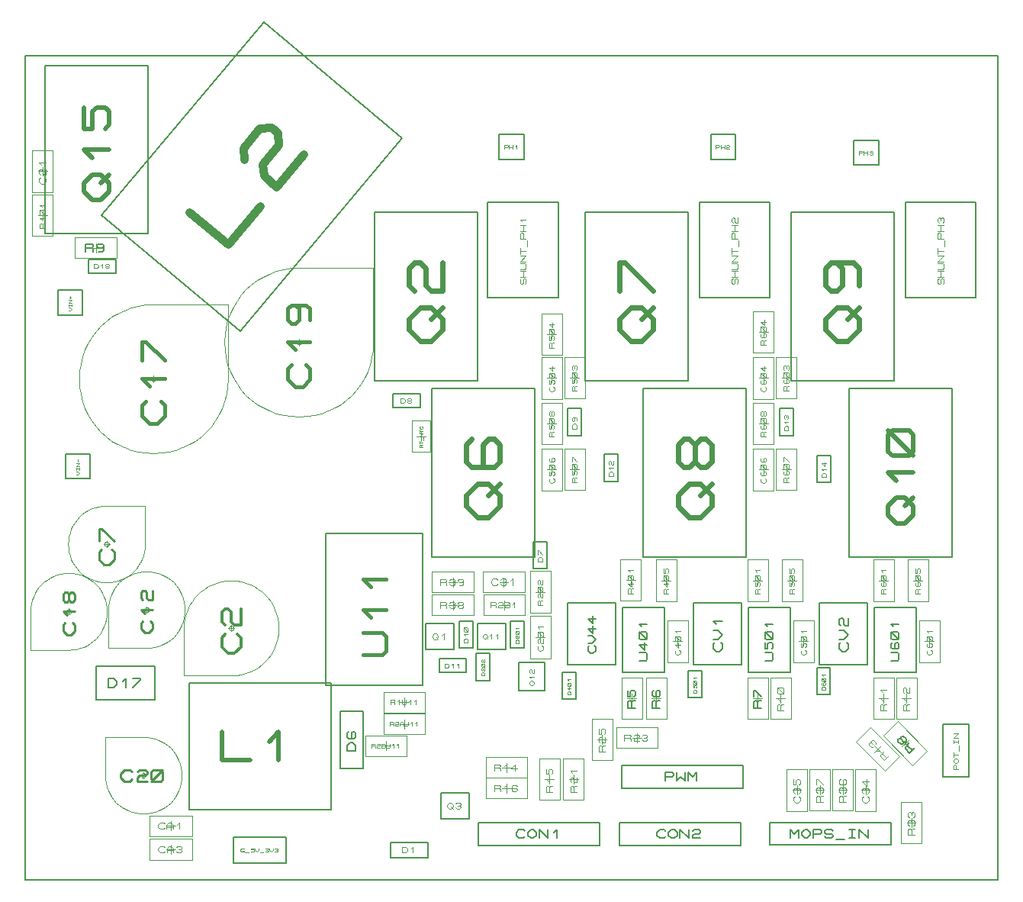
<source format=gbr>
G04 PROTEUS RS274X GERBER FILE*
%FSLAX45Y45*%
%MOMM*%
G01*
%ADD41C,0.203200*%
%ADD95C,0.105410*%
%ADD96C,0.068580*%
%ADD97C,0.422590*%
%ADD98C,0.524930*%
%ADD52C,0.152400*%
%ADD99C,0.050000*%
%ADD100C,0.118750*%
%ADD101C,0.077500*%
%ADD102C,0.054860*%
%ADD103C,0.093000*%
%ADD104C,0.144780*%
%ADD105C,0.137160*%
%ADD106C,0.171450*%
%ADD107C,0.059690*%
%ADD108C,0.095000*%
%ADD109C,0.141000*%
%ADD110C,0.103290*%
%ADD111C,0.077470*%
%ADD112C,0.074610*%
%ADD113C,0.116250*%
%ADD114C,0.086530*%
%ADD115C,0.160020*%
%ADD116C,0.931330*%
%ADD117C,0.413750*%
%ADD118C,0.067300*%
%ADD119C,0.351660*%
%ADD120C,0.050710*%
%ADD121C,0.622300*%
%ADD122C,0.466720*%
%ADD123C,0.066420*%
%ADD124C,0.285000*%
%ADD125C,0.213750*%
%ADD126C,0.090090*%
%ADD127C,0.161290*%
%ADD128C,0.100580*%
D41*
X-1079500Y-6413500D02*
X+9715500Y-6413500D01*
X+9715500Y+2730500D01*
X-1079500Y+2730500D01*
X-1079500Y-6413500D01*
X+6403340Y+44450D02*
X+7185660Y+44450D01*
X+7185660Y+1098550D01*
X+6403340Y+1098550D01*
X+6403340Y+44450D01*
D95*
X+6815582Y+192024D02*
X+6826123Y+202565D01*
X+6826123Y+244729D01*
X+6815582Y+255270D01*
X+6805041Y+255270D01*
X+6794500Y+244729D01*
X+6794500Y+202565D01*
X+6783959Y+192024D01*
X+6773418Y+192024D01*
X+6762877Y+202565D01*
X+6762877Y+244729D01*
X+6773418Y+255270D01*
X+6826123Y+276352D02*
X+6762877Y+276352D01*
X+6762877Y+339598D02*
X+6826123Y+339598D01*
X+6794500Y+276352D02*
X+6794500Y+339598D01*
X+6762877Y+360680D02*
X+6815582Y+360680D01*
X+6826123Y+371221D01*
X+6826123Y+413385D01*
X+6815582Y+423926D01*
X+6762877Y+423926D01*
X+6826123Y+445008D02*
X+6762877Y+445008D01*
X+6826123Y+508254D01*
X+6762877Y+508254D01*
X+6762877Y+529336D02*
X+6762877Y+592582D01*
X+6762877Y+560959D02*
X+6826123Y+560959D01*
X+6836664Y+613664D02*
X+6836664Y+676910D01*
X+6826123Y+697992D02*
X+6762877Y+697992D01*
X+6762877Y+750697D01*
X+6773418Y+761238D01*
X+6783959Y+761238D01*
X+6794500Y+750697D01*
X+6794500Y+697992D01*
X+6826123Y+782320D02*
X+6762877Y+782320D01*
X+6762877Y+845566D02*
X+6826123Y+845566D01*
X+6794500Y+782320D02*
X+6794500Y+845566D01*
X+6773418Y+877189D02*
X+6762877Y+887730D01*
X+6762877Y+919353D01*
X+6773418Y+929894D01*
X+6783959Y+929894D01*
X+6794500Y+919353D01*
X+6794500Y+887730D01*
X+6805041Y+877189D01*
X+6826123Y+877189D01*
X+6826123Y+929894D01*
D41*
X+8689340Y+44450D02*
X+9471660Y+44450D01*
X+9471660Y+1098550D01*
X+8689340Y+1098550D01*
X+8689340Y+44450D01*
D95*
X+9101582Y+192024D02*
X+9112123Y+202565D01*
X+9112123Y+244729D01*
X+9101582Y+255270D01*
X+9091041Y+255270D01*
X+9080500Y+244729D01*
X+9080500Y+202565D01*
X+9069959Y+192024D01*
X+9059418Y+192024D01*
X+9048877Y+202565D01*
X+9048877Y+244729D01*
X+9059418Y+255270D01*
X+9112123Y+276352D02*
X+9048877Y+276352D01*
X+9048877Y+339598D02*
X+9112123Y+339598D01*
X+9080500Y+276352D02*
X+9080500Y+339598D01*
X+9048877Y+360680D02*
X+9101582Y+360680D01*
X+9112123Y+371221D01*
X+9112123Y+413385D01*
X+9101582Y+423926D01*
X+9048877Y+423926D01*
X+9112123Y+445008D02*
X+9048877Y+445008D01*
X+9112123Y+508254D01*
X+9048877Y+508254D01*
X+9048877Y+529336D02*
X+9048877Y+592582D01*
X+9048877Y+560959D02*
X+9112123Y+560959D01*
X+9122664Y+613664D02*
X+9122664Y+676910D01*
X+9112123Y+697992D02*
X+9048877Y+697992D01*
X+9048877Y+750697D01*
X+9059418Y+761238D01*
X+9069959Y+761238D01*
X+9080500Y+750697D01*
X+9080500Y+697992D01*
X+9112123Y+782320D02*
X+9048877Y+782320D01*
X+9048877Y+845566D02*
X+9112123Y+845566D01*
X+9080500Y+782320D02*
X+9080500Y+845566D01*
X+9059418Y+877189D02*
X+9048877Y+887730D01*
X+9048877Y+919353D01*
X+9059418Y+929894D01*
X+9069959Y+929894D01*
X+9080500Y+919353D01*
X+9091041Y+929894D01*
X+9101582Y+929894D01*
X+9112123Y+919353D01*
X+9112123Y+887730D01*
X+9101582Y+877189D01*
X+9080500Y+898271D02*
X+9080500Y+919353D01*
D41*
X+4053840Y+44450D02*
X+4836160Y+44450D01*
X+4836160Y+1098550D01*
X+4053840Y+1098550D01*
X+4053840Y+44450D01*
D95*
X+4466082Y+192024D02*
X+4476623Y+202565D01*
X+4476623Y+244729D01*
X+4466082Y+255270D01*
X+4455541Y+255270D01*
X+4445000Y+244729D01*
X+4445000Y+202565D01*
X+4434459Y+192024D01*
X+4423918Y+192024D01*
X+4413377Y+202565D01*
X+4413377Y+244729D01*
X+4423918Y+255270D01*
X+4476623Y+276352D02*
X+4413377Y+276352D01*
X+4413377Y+339598D02*
X+4476623Y+339598D01*
X+4445000Y+276352D02*
X+4445000Y+339598D01*
X+4413377Y+360680D02*
X+4466082Y+360680D01*
X+4476623Y+371221D01*
X+4476623Y+413385D01*
X+4466082Y+423926D01*
X+4413377Y+423926D01*
X+4476623Y+445008D02*
X+4413377Y+445008D01*
X+4476623Y+508254D01*
X+4413377Y+508254D01*
X+4413377Y+529336D02*
X+4413377Y+592582D01*
X+4413377Y+560959D02*
X+4476623Y+560959D01*
X+4487164Y+613664D02*
X+4487164Y+676910D01*
X+4476623Y+697992D02*
X+4413377Y+697992D01*
X+4413377Y+750697D01*
X+4423918Y+761238D01*
X+4434459Y+761238D01*
X+4445000Y+750697D01*
X+4445000Y+697992D01*
X+4476623Y+782320D02*
X+4413377Y+782320D01*
X+4413377Y+845566D02*
X+4476623Y+845566D01*
X+4445000Y+782320D02*
X+4445000Y+845566D01*
X+4434459Y+887730D02*
X+4413377Y+908812D01*
X+4476623Y+908812D01*
D41*
X+4180840Y+1577340D02*
X+4455160Y+1577340D01*
X+4455160Y+1851660D01*
X+4180840Y+1851660D01*
X+4180840Y+1577340D01*
D96*
X+4235704Y+1693926D02*
X+4235704Y+1735074D01*
X+4269994Y+1735074D01*
X+4276852Y+1728216D01*
X+4276852Y+1721358D01*
X+4269994Y+1714500D01*
X+4235704Y+1714500D01*
X+4290568Y+1693926D02*
X+4290568Y+1735074D01*
X+4331716Y+1735074D02*
X+4331716Y+1693926D01*
X+4290568Y+1714500D02*
X+4331716Y+1714500D01*
X+4359148Y+1721358D02*
X+4372864Y+1735074D01*
X+4372864Y+1693926D01*
D41*
X+6530340Y+1577340D02*
X+6804660Y+1577340D01*
X+6804660Y+1851660D01*
X+6530340Y+1851660D01*
X+6530340Y+1577340D01*
D96*
X+6585204Y+1693926D02*
X+6585204Y+1735074D01*
X+6619494Y+1735074D01*
X+6626352Y+1728216D01*
X+6626352Y+1721358D01*
X+6619494Y+1714500D01*
X+6585204Y+1714500D01*
X+6640068Y+1693926D02*
X+6640068Y+1735074D01*
X+6681216Y+1735074D02*
X+6681216Y+1693926D01*
X+6640068Y+1714500D02*
X+6681216Y+1714500D01*
X+6701790Y+1728216D02*
X+6708648Y+1735074D01*
X+6729222Y+1735074D01*
X+6736080Y+1728216D01*
X+6736080Y+1721358D01*
X+6729222Y+1714500D01*
X+6708648Y+1714500D01*
X+6701790Y+1707642D01*
X+6701790Y+1693926D01*
X+6736080Y+1693926D01*
D41*
X+8117840Y+1513840D02*
X+8392160Y+1513840D01*
X+8392160Y+1788160D01*
X+8117840Y+1788160D01*
X+8117840Y+1513840D01*
D96*
X+8172704Y+1630426D02*
X+8172704Y+1671574D01*
X+8206994Y+1671574D01*
X+8213852Y+1664716D01*
X+8213852Y+1657858D01*
X+8206994Y+1651000D01*
X+8172704Y+1651000D01*
X+8227568Y+1630426D02*
X+8227568Y+1671574D01*
X+8268716Y+1671574D02*
X+8268716Y+1630426D01*
X+8227568Y+1651000D02*
X+8268716Y+1651000D01*
X+8289290Y+1664716D02*
X+8296148Y+1671574D01*
X+8316722Y+1671574D01*
X+8323580Y+1664716D01*
X+8323580Y+1657858D01*
X+8316722Y+1651000D01*
X+8323580Y+1644142D01*
X+8323580Y+1637284D01*
X+8316722Y+1630426D01*
X+8296148Y+1630426D01*
X+8289290Y+1637284D01*
X+8303006Y+1651000D02*
X+8316722Y+1651000D01*
D41*
X+2256790Y-4260850D02*
X+3331210Y-4260850D01*
X+3331210Y-2570480D01*
X+2256790Y-2570480D01*
X+2256790Y-4260850D01*
D97*
X+2667223Y-3922774D02*
X+2878519Y-3922774D01*
X+2920778Y-3880515D01*
X+2920778Y-3711479D01*
X+2878519Y-3669220D01*
X+2667223Y-3669220D01*
X+2751741Y-3500183D02*
X+2667223Y-3415665D01*
X+2920778Y-3415665D01*
X+2751741Y-3162110D02*
X+2667223Y-3077592D01*
X+2920778Y-3077592D01*
D41*
X+736600Y-5636260D02*
X+2311400Y-5636260D01*
X+2311400Y-4231640D01*
X+736600Y-4231640D01*
X+736600Y-5636260D01*
D98*
X+1104054Y-4776470D02*
X+1104054Y-5091430D01*
X+1419013Y-5091430D01*
X+1628986Y-4881457D02*
X+1733973Y-4776470D01*
X+1733973Y-5091430D01*
D41*
X+2413000Y-5176460D02*
X+2667000Y-5176460D01*
X+2667000Y-4549140D01*
X+2413000Y-4549140D01*
X+2413000Y-5176460D01*
D52*
X+2585720Y-4984720D02*
X+2494280Y-4984720D01*
X+2494280Y-4923760D01*
X+2524760Y-4893280D01*
X+2555240Y-4893280D01*
X+2585720Y-4923760D01*
X+2585720Y-4984720D01*
X+2509520Y-4771360D02*
X+2494280Y-4786600D01*
X+2494280Y-4832320D01*
X+2509520Y-4847560D01*
X+2570480Y-4847560D01*
X+2585720Y-4832320D01*
X+2585720Y-4786600D01*
X+2570480Y-4771360D01*
X+2555240Y-4771360D01*
X+2540000Y-4786600D01*
X+2540000Y-4847560D01*
D99*
X+302842Y-6193500D02*
X+772842Y-6193500D01*
X+772842Y-5963500D01*
X+302842Y-5963500D01*
X+302842Y-6193500D01*
X+537842Y-6028500D02*
X+537842Y-6128500D01*
X+587842Y-6078500D02*
X+487842Y-6078500D01*
D100*
X+466592Y-6102250D02*
X+454717Y-6114125D01*
X+419092Y-6114125D01*
X+395342Y-6090375D01*
X+395342Y-6066625D01*
X+419092Y-6042875D01*
X+454717Y-6042875D01*
X+466592Y-6054750D01*
X+490342Y-6114125D02*
X+490342Y-6066625D01*
X+514092Y-6042875D01*
X+537842Y-6042875D01*
X+561592Y-6066625D01*
X+561592Y-6114125D01*
X+490342Y-6090375D02*
X+561592Y-6090375D01*
X+597217Y-6054750D02*
X+609092Y-6042875D01*
X+644717Y-6042875D01*
X+656592Y-6054750D01*
X+656592Y-6066625D01*
X+644717Y-6078500D01*
X+656592Y-6090375D01*
X+656592Y-6102250D01*
X+644717Y-6114125D01*
X+609092Y-6114125D01*
X+597217Y-6102250D01*
X+620967Y-6078500D02*
X+644717Y-6078500D01*
D99*
X+3359500Y-4330000D02*
X+2899500Y-4330000D01*
X+2899500Y-4560000D01*
X+3359500Y-4560000D01*
X+3359500Y-4330000D01*
X+3129500Y-4495000D02*
X+3129500Y-4395000D01*
X+3079500Y-4445000D02*
X+3179500Y-4445000D01*
D101*
X+2974500Y-4468250D02*
X+2974500Y-4421750D01*
X+3013250Y-4421750D01*
X+3021000Y-4429500D01*
X+3021000Y-4437250D01*
X+3013250Y-4445000D01*
X+2974500Y-4445000D01*
X+3013250Y-4445000D02*
X+3021000Y-4452750D01*
X+3021000Y-4468250D01*
X+3052000Y-4437250D02*
X+3067500Y-4421750D01*
X+3067500Y-4468250D01*
X+3098500Y-4421750D02*
X+3098500Y-4460500D01*
X+3106250Y-4468250D01*
X+3137250Y-4468250D01*
X+3145000Y-4460500D01*
X+3145000Y-4421750D01*
X+3176000Y-4437250D02*
X+3191500Y-4421750D01*
X+3191500Y-4468250D01*
X+3238000Y-4437250D02*
X+3253500Y-4421750D01*
X+3253500Y-4468250D01*
D41*
X-632460Y-1965960D02*
X-358140Y-1965960D01*
X-358140Y-1691640D01*
X-632460Y-1691640D01*
X-632460Y-1965960D01*
D102*
X-511759Y-1916582D02*
X-495300Y-1916582D01*
X-478840Y-1900123D01*
X-495300Y-1883664D01*
X-511759Y-1883664D01*
X-511759Y-1867205D02*
X-511759Y-1845260D01*
X-511759Y-1856232D02*
X-478840Y-1856232D01*
X-478840Y-1867205D02*
X-478840Y-1845260D01*
X-478840Y-1828800D02*
X-511759Y-1828800D01*
X-478840Y-1795882D01*
X-511759Y-1795882D01*
X-495300Y-1779423D02*
X-495300Y-1751991D01*
D41*
X-717663Y-149860D02*
X-443343Y-149860D01*
X-443343Y+124460D01*
X-717663Y+124460D01*
X-717663Y-149860D01*
D102*
X-596962Y-100482D02*
X-580503Y-100482D01*
X-564043Y-84023D01*
X-580503Y-67564D01*
X-596962Y-67564D01*
X-596962Y-51105D02*
X-596962Y-29160D01*
X-596962Y-40132D02*
X-564043Y-40132D01*
X-564043Y-51105D02*
X-564043Y-29160D01*
X-564043Y-12700D02*
X-596962Y-12700D01*
X-564043Y+20218D01*
X-596962Y+20218D01*
X-580503Y+31191D02*
X-580503Y+64109D01*
X-591475Y+47650D02*
X-569530Y+47650D01*
D99*
X+5917500Y-2863500D02*
X+5917500Y-3323500D01*
X+6147500Y-3323500D01*
X+6147500Y-2863500D01*
X+5917500Y-2863500D01*
X+6082500Y-3093500D02*
X+5982500Y-3093500D01*
X+6032500Y-3143500D02*
X+6032500Y-3043500D01*
D103*
X+6060400Y-3242300D02*
X+6004600Y-3242300D01*
X+6004600Y-3195800D01*
X+6013900Y-3186500D01*
X+6023200Y-3186500D01*
X+6032500Y-3195800D01*
X+6032500Y-3242300D01*
X+6032500Y-3195800D02*
X+6041800Y-3186500D01*
X+6060400Y-3186500D01*
X+6041800Y-3112100D02*
X+6041800Y-3167900D01*
X+6004600Y-3130700D01*
X+6060400Y-3130700D01*
X+6051100Y-3093500D02*
X+6013900Y-3093500D01*
X+6004600Y-3084200D01*
X+6004600Y-3047000D01*
X+6013900Y-3037700D01*
X+6051100Y-3037700D01*
X+6060400Y-3047000D01*
X+6060400Y-3084200D01*
X+6051100Y-3093500D01*
X+6060400Y-3093500D02*
X+6004600Y-3037700D01*
X+6004600Y-2963300D02*
X+6004600Y-3009800D01*
X+6023200Y-3009800D01*
X+6023200Y-2972600D01*
X+6032500Y-2963300D01*
X+6051100Y-2963300D01*
X+6060400Y-2972600D01*
X+6060400Y-3000500D01*
X+6051100Y-3009800D01*
D99*
X+5523800Y-2861400D02*
X+5523800Y-3321400D01*
X+5753800Y-3321400D01*
X+5753800Y-2861400D01*
X+5523800Y-2861400D01*
X+5688800Y-3091400D02*
X+5588800Y-3091400D01*
X+5638800Y-3141400D02*
X+5638800Y-3041400D01*
D103*
X+5666700Y-3240200D02*
X+5610900Y-3240200D01*
X+5610900Y-3193700D01*
X+5620200Y-3184400D01*
X+5629500Y-3184400D01*
X+5638800Y-3193700D01*
X+5638800Y-3240200D01*
X+5638800Y-3193700D02*
X+5648100Y-3184400D01*
X+5666700Y-3184400D01*
X+5648100Y-3110000D02*
X+5648100Y-3165800D01*
X+5610900Y-3128600D01*
X+5666700Y-3128600D01*
X+5657400Y-3091400D02*
X+5620200Y-3091400D01*
X+5610900Y-3082100D01*
X+5610900Y-3044900D01*
X+5620200Y-3035600D01*
X+5657400Y-3035600D01*
X+5666700Y-3044900D01*
X+5666700Y-3082100D01*
X+5657400Y-3091400D01*
X+5666700Y-3091400D02*
X+5610900Y-3035600D01*
X+5629500Y-2998400D02*
X+5610900Y-2979800D01*
X+5666700Y-2979800D01*
D41*
X+5544820Y-4114800D02*
X+6012180Y-4114800D01*
X+6012180Y-3390900D01*
X+5544820Y-3390900D01*
X+5544820Y-4114800D01*
D104*
X+5735066Y-3984498D02*
X+5807456Y-3984498D01*
X+5821934Y-3970020D01*
X+5821934Y-3912108D01*
X+5807456Y-3897630D01*
X+5735066Y-3897630D01*
X+5792978Y-3781806D02*
X+5792978Y-3868674D01*
X+5735066Y-3810762D01*
X+5821934Y-3810762D01*
X+5807456Y-3752850D02*
X+5749544Y-3752850D01*
X+5735066Y-3738372D01*
X+5735066Y-3680460D01*
X+5749544Y-3665982D01*
X+5807456Y-3665982D01*
X+5821934Y-3680460D01*
X+5821934Y-3738372D01*
X+5807456Y-3752850D01*
X+5821934Y-3752850D02*
X+5735066Y-3665982D01*
X+5764022Y-3608070D02*
X+5735066Y-3579114D01*
X+5821934Y-3579114D01*
D41*
X+6941820Y-4114800D02*
X+7409180Y-4114800D01*
X+7409180Y-3390900D01*
X+6941820Y-3390900D01*
X+6941820Y-4114800D01*
D104*
X+7132066Y-3984498D02*
X+7204456Y-3984498D01*
X+7218934Y-3970020D01*
X+7218934Y-3912108D01*
X+7204456Y-3897630D01*
X+7132066Y-3897630D01*
X+7132066Y-3781806D02*
X+7132066Y-3854196D01*
X+7161022Y-3854196D01*
X+7161022Y-3796284D01*
X+7175500Y-3781806D01*
X+7204456Y-3781806D01*
X+7218934Y-3796284D01*
X+7218934Y-3839718D01*
X+7204456Y-3854196D01*
X+7204456Y-3752850D02*
X+7146544Y-3752850D01*
X+7132066Y-3738372D01*
X+7132066Y-3680460D01*
X+7146544Y-3665982D01*
X+7204456Y-3665982D01*
X+7218934Y-3680460D01*
X+7218934Y-3738372D01*
X+7204456Y-3752850D01*
X+7218934Y-3752850D02*
X+7132066Y-3665982D01*
X+7161022Y-3608070D02*
X+7132066Y-3579114D01*
X+7218934Y-3579114D01*
D41*
X+8338820Y-4114800D02*
X+8806180Y-4114800D01*
X+8806180Y-3390900D01*
X+8338820Y-3390900D01*
X+8338820Y-4114800D01*
D104*
X+8529066Y-3984498D02*
X+8601456Y-3984498D01*
X+8615934Y-3970020D01*
X+8615934Y-3912108D01*
X+8601456Y-3897630D01*
X+8529066Y-3897630D01*
X+8543544Y-3781806D02*
X+8529066Y-3796284D01*
X+8529066Y-3839718D01*
X+8543544Y-3854196D01*
X+8601456Y-3854196D01*
X+8615934Y-3839718D01*
X+8615934Y-3796284D01*
X+8601456Y-3781806D01*
X+8586978Y-3781806D01*
X+8572500Y-3796284D01*
X+8572500Y-3854196D01*
X+8601456Y-3752850D02*
X+8543544Y-3752850D01*
X+8529066Y-3738372D01*
X+8529066Y-3680460D01*
X+8543544Y-3665982D01*
X+8601456Y-3665982D01*
X+8615934Y-3680460D01*
X+8615934Y-3738372D01*
X+8601456Y-3752850D01*
X+8615934Y-3752850D02*
X+8529066Y-3665982D01*
X+8558022Y-3608070D02*
X+8529066Y-3579114D01*
X+8615934Y-3579114D01*
D99*
X+6933500Y-2863500D02*
X+6933500Y-3323500D01*
X+7163500Y-3323500D01*
X+7163500Y-2863500D01*
X+6933500Y-2863500D01*
X+7098500Y-3093500D02*
X+6998500Y-3093500D01*
X+7048500Y-3143500D02*
X+7048500Y-3043500D01*
D103*
X+7076400Y-3242300D02*
X+7020600Y-3242300D01*
X+7020600Y-3195800D01*
X+7029900Y-3186500D01*
X+7039200Y-3186500D01*
X+7048500Y-3195800D01*
X+7048500Y-3242300D01*
X+7048500Y-3195800D02*
X+7057800Y-3186500D01*
X+7076400Y-3186500D01*
X+7020600Y-3112100D02*
X+7020600Y-3158600D01*
X+7039200Y-3158600D01*
X+7039200Y-3121400D01*
X+7048500Y-3112100D01*
X+7067100Y-3112100D01*
X+7076400Y-3121400D01*
X+7076400Y-3149300D01*
X+7067100Y-3158600D01*
X+7067100Y-3093500D02*
X+7029900Y-3093500D01*
X+7020600Y-3084200D01*
X+7020600Y-3047000D01*
X+7029900Y-3037700D01*
X+7067100Y-3037700D01*
X+7076400Y-3047000D01*
X+7076400Y-3084200D01*
X+7067100Y-3093500D01*
X+7076400Y-3093500D02*
X+7020600Y-3037700D01*
X+7039200Y-3000500D02*
X+7020600Y-2981900D01*
X+7076400Y-2981900D01*
D41*
X+4942840Y-4025900D02*
X+5471160Y-4025900D01*
X+5471160Y-3340100D01*
X+4942840Y-3340100D01*
X+4942840Y-4025900D01*
D105*
X+5234432Y-3820160D02*
X+5248148Y-3833876D01*
X+5248148Y-3875024D01*
X+5220716Y-3902456D01*
X+5193284Y-3902456D01*
X+5165852Y-3875024D01*
X+5165852Y-3833876D01*
X+5179568Y-3820160D01*
X+5165852Y-3792728D02*
X+5207000Y-3792728D01*
X+5248148Y-3751580D01*
X+5207000Y-3710432D01*
X+5165852Y-3710432D01*
X+5220716Y-3600704D02*
X+5220716Y-3683000D01*
X+5165852Y-3628136D01*
X+5248148Y-3628136D01*
X+5220716Y-3490976D02*
X+5220716Y-3573272D01*
X+5165852Y-3518408D01*
X+5248148Y-3518408D01*
D41*
X+6339840Y-4025900D02*
X+6868160Y-4025900D01*
X+6868160Y-3340100D01*
X+6339840Y-3340100D01*
X+6339840Y-4025900D01*
D106*
X+6638290Y-3785870D02*
X+6655435Y-3803015D01*
X+6655435Y-3854450D01*
X+6621145Y-3888740D01*
X+6586855Y-3888740D01*
X+6552565Y-3854450D01*
X+6552565Y-3803015D01*
X+6569710Y-3785870D01*
X+6552565Y-3751580D02*
X+6604000Y-3751580D01*
X+6655435Y-3700145D01*
X+6604000Y-3648710D01*
X+6552565Y-3648710D01*
X+6586855Y-3580130D02*
X+6552565Y-3545840D01*
X+6655435Y-3545840D01*
D41*
X+7736840Y-4025900D02*
X+8265160Y-4025900D01*
X+8265160Y-3340100D01*
X+7736840Y-3340100D01*
X+7736840Y-4025900D01*
D106*
X+8035290Y-3785870D02*
X+8052435Y-3803015D01*
X+8052435Y-3854450D01*
X+8018145Y-3888740D01*
X+7983855Y-3888740D01*
X+7949565Y-3854450D01*
X+7949565Y-3803015D01*
X+7966710Y-3785870D01*
X+7949565Y-3751580D02*
X+8001000Y-3751580D01*
X+8052435Y-3700145D01*
X+8001000Y-3648710D01*
X+7949565Y-3648710D01*
X+7966710Y-3597275D02*
X+7949565Y-3580130D01*
X+7949565Y-3528695D01*
X+7966710Y-3511550D01*
X+7983855Y-3511550D01*
X+8001000Y-3528695D01*
X+8001000Y-3580130D01*
X+8018145Y-3597275D01*
X+8052435Y-3597275D01*
X+8052435Y-3511550D01*
D41*
X+4877920Y-4413250D02*
X+5028080Y-4413250D01*
X+5028080Y-4114800D01*
X+4877920Y-4114800D01*
X+4877920Y-4413250D01*
D107*
X+4970907Y-4359529D02*
X+4935093Y-4359529D01*
X+4935093Y-4335653D01*
X+4947031Y-4323715D01*
X+4958969Y-4323715D01*
X+4970907Y-4335653D01*
X+4970907Y-4359529D01*
X+4958969Y-4275963D02*
X+4958969Y-4311777D01*
X+4935093Y-4287901D01*
X+4970907Y-4287901D01*
X+4964938Y-4264025D02*
X+4941062Y-4264025D01*
X+4935093Y-4258056D01*
X+4935093Y-4234180D01*
X+4941062Y-4228211D01*
X+4964938Y-4228211D01*
X+4970907Y-4234180D01*
X+4970907Y-4258056D01*
X+4964938Y-4264025D01*
X+4970907Y-4264025D02*
X+4935093Y-4228211D01*
X+4947031Y-4204335D02*
X+4935093Y-4192397D01*
X+4970907Y-4192397D01*
D41*
X+6274920Y-4394200D02*
X+6425080Y-4394200D01*
X+6425080Y-4095750D01*
X+6274920Y-4095750D01*
X+6274920Y-4394200D01*
D107*
X+6367907Y-4340479D02*
X+6332093Y-4340479D01*
X+6332093Y-4316603D01*
X+6344031Y-4304665D01*
X+6355969Y-4304665D01*
X+6367907Y-4316603D01*
X+6367907Y-4340479D01*
X+6332093Y-4256913D02*
X+6332093Y-4286758D01*
X+6344031Y-4286758D01*
X+6344031Y-4262882D01*
X+6350000Y-4256913D01*
X+6361938Y-4256913D01*
X+6367907Y-4262882D01*
X+6367907Y-4280789D01*
X+6361938Y-4286758D01*
X+6361938Y-4244975D02*
X+6338062Y-4244975D01*
X+6332093Y-4239006D01*
X+6332093Y-4215130D01*
X+6338062Y-4209161D01*
X+6361938Y-4209161D01*
X+6367907Y-4215130D01*
X+6367907Y-4239006D01*
X+6361938Y-4244975D01*
X+6367907Y-4244975D02*
X+6332093Y-4209161D01*
X+6344031Y-4185285D02*
X+6332093Y-4173347D01*
X+6367907Y-4173347D01*
D41*
X+7703670Y-4362450D02*
X+7853830Y-4362450D01*
X+7853830Y-4064000D01*
X+7703670Y-4064000D01*
X+7703670Y-4362450D01*
D107*
X+7796657Y-4308729D02*
X+7760843Y-4308729D01*
X+7760843Y-4284853D01*
X+7772781Y-4272915D01*
X+7784719Y-4272915D01*
X+7796657Y-4284853D01*
X+7796657Y-4308729D01*
X+7766812Y-4225163D02*
X+7760843Y-4231132D01*
X+7760843Y-4249039D01*
X+7766812Y-4255008D01*
X+7790688Y-4255008D01*
X+7796657Y-4249039D01*
X+7796657Y-4231132D01*
X+7790688Y-4225163D01*
X+7784719Y-4225163D01*
X+7778750Y-4231132D01*
X+7778750Y-4255008D01*
X+7790688Y-4213225D02*
X+7766812Y-4213225D01*
X+7760843Y-4207256D01*
X+7760843Y-4183380D01*
X+7766812Y-4177411D01*
X+7790688Y-4177411D01*
X+7796657Y-4183380D01*
X+7796657Y-4207256D01*
X+7790688Y-4213225D01*
X+7796657Y-4213225D02*
X+7760843Y-4177411D01*
X+7772781Y-4153535D02*
X+7760843Y-4141597D01*
X+7796657Y-4141597D01*
D99*
X+6044500Y-3534500D02*
X+6044500Y-4004500D01*
X+6274500Y-4004500D01*
X+6274500Y-3534500D01*
X+6044500Y-3534500D01*
X+6209500Y-3769500D02*
X+6109500Y-3769500D01*
X+6159500Y-3819500D02*
X+6159500Y-3719500D01*
D108*
X+6178500Y-3864500D02*
X+6188000Y-3874000D01*
X+6188000Y-3902500D01*
X+6169000Y-3921500D01*
X+6150000Y-3921500D01*
X+6131000Y-3902500D01*
X+6131000Y-3874000D01*
X+6140500Y-3864500D01*
X+6169000Y-3788500D02*
X+6169000Y-3845500D01*
X+6131000Y-3807500D01*
X+6188000Y-3807500D01*
X+6178500Y-3769500D02*
X+6140500Y-3769500D01*
X+6131000Y-3760000D01*
X+6131000Y-3722000D01*
X+6140500Y-3712500D01*
X+6178500Y-3712500D01*
X+6188000Y-3722000D01*
X+6188000Y-3760000D01*
X+6178500Y-3769500D01*
X+6188000Y-3769500D02*
X+6131000Y-3712500D01*
X+6150000Y-3674500D02*
X+6131000Y-3655500D01*
X+6188000Y-3655500D01*
D99*
X+7441500Y-3534500D02*
X+7441500Y-4004500D01*
X+7671500Y-4004500D01*
X+7671500Y-3534500D01*
X+7441500Y-3534500D01*
X+7606500Y-3769500D02*
X+7506500Y-3769500D01*
X+7556500Y-3819500D02*
X+7556500Y-3719500D01*
D108*
X+7575500Y-3864500D02*
X+7585000Y-3874000D01*
X+7585000Y-3902500D01*
X+7566000Y-3921500D01*
X+7547000Y-3921500D01*
X+7528000Y-3902500D01*
X+7528000Y-3874000D01*
X+7537500Y-3864500D01*
X+7528000Y-3788500D02*
X+7528000Y-3836000D01*
X+7547000Y-3836000D01*
X+7547000Y-3798000D01*
X+7556500Y-3788500D01*
X+7575500Y-3788500D01*
X+7585000Y-3798000D01*
X+7585000Y-3826500D01*
X+7575500Y-3836000D01*
X+7575500Y-3769500D02*
X+7537500Y-3769500D01*
X+7528000Y-3760000D01*
X+7528000Y-3722000D01*
X+7537500Y-3712500D01*
X+7575500Y-3712500D01*
X+7585000Y-3722000D01*
X+7585000Y-3760000D01*
X+7575500Y-3769500D01*
X+7585000Y-3769500D02*
X+7528000Y-3712500D01*
X+7547000Y-3674500D02*
X+7528000Y-3655500D01*
X+7585000Y-3655500D01*
D99*
X+8838500Y-3534500D02*
X+8838500Y-4004500D01*
X+9068500Y-4004500D01*
X+9068500Y-3534500D01*
X+8838500Y-3534500D01*
X+9003500Y-3769500D02*
X+8903500Y-3769500D01*
X+8953500Y-3819500D02*
X+8953500Y-3719500D01*
D108*
X+8972500Y-3864500D02*
X+8982000Y-3874000D01*
X+8982000Y-3902500D01*
X+8963000Y-3921500D01*
X+8944000Y-3921500D01*
X+8925000Y-3902500D01*
X+8925000Y-3874000D01*
X+8934500Y-3864500D01*
X+8934500Y-3788500D02*
X+8925000Y-3798000D01*
X+8925000Y-3826500D01*
X+8934500Y-3836000D01*
X+8972500Y-3836000D01*
X+8982000Y-3826500D01*
X+8982000Y-3798000D01*
X+8972500Y-3788500D01*
X+8963000Y-3788500D01*
X+8953500Y-3798000D01*
X+8953500Y-3836000D01*
X+8972500Y-3769500D02*
X+8934500Y-3769500D01*
X+8925000Y-3760000D01*
X+8925000Y-3722000D01*
X+8934500Y-3712500D01*
X+8972500Y-3712500D01*
X+8982000Y-3722000D01*
X+8982000Y-3760000D01*
X+8972500Y-3769500D01*
X+8982000Y-3769500D02*
X+8925000Y-3712500D01*
X+8944000Y-3674500D02*
X+8925000Y-3655500D01*
X+8982000Y-3655500D01*
D99*
X+7314500Y-2863500D02*
X+7314500Y-3323500D01*
X+7544500Y-3323500D01*
X+7544500Y-2863500D01*
X+7314500Y-2863500D01*
X+7479500Y-3093500D02*
X+7379500Y-3093500D01*
X+7429500Y-3143500D02*
X+7429500Y-3043500D01*
D103*
X+7457400Y-3242300D02*
X+7401600Y-3242300D01*
X+7401600Y-3195800D01*
X+7410900Y-3186500D01*
X+7420200Y-3186500D01*
X+7429500Y-3195800D01*
X+7429500Y-3242300D01*
X+7429500Y-3195800D02*
X+7438800Y-3186500D01*
X+7457400Y-3186500D01*
X+7401600Y-3112100D02*
X+7401600Y-3158600D01*
X+7420200Y-3158600D01*
X+7420200Y-3121400D01*
X+7429500Y-3112100D01*
X+7448100Y-3112100D01*
X+7457400Y-3121400D01*
X+7457400Y-3149300D01*
X+7448100Y-3158600D01*
X+7448100Y-3093500D02*
X+7410900Y-3093500D01*
X+7401600Y-3084200D01*
X+7401600Y-3047000D01*
X+7410900Y-3037700D01*
X+7448100Y-3037700D01*
X+7457400Y-3047000D01*
X+7457400Y-3084200D01*
X+7448100Y-3093500D01*
X+7457400Y-3093500D02*
X+7401600Y-3037700D01*
X+7401600Y-2963300D02*
X+7401600Y-3009800D01*
X+7420200Y-3009800D01*
X+7420200Y-2972600D01*
X+7429500Y-2963300D01*
X+7448100Y-2963300D01*
X+7457400Y-2972600D01*
X+7457400Y-3000500D01*
X+7448100Y-3009800D01*
D99*
X+8330500Y-2863500D02*
X+8330500Y-3323500D01*
X+8560500Y-3323500D01*
X+8560500Y-2863500D01*
X+8330500Y-2863500D01*
X+8495500Y-3093500D02*
X+8395500Y-3093500D01*
X+8445500Y-3143500D02*
X+8445500Y-3043500D01*
D103*
X+8473400Y-3242300D02*
X+8417600Y-3242300D01*
X+8417600Y-3195800D01*
X+8426900Y-3186500D01*
X+8436200Y-3186500D01*
X+8445500Y-3195800D01*
X+8445500Y-3242300D01*
X+8445500Y-3195800D02*
X+8454800Y-3186500D01*
X+8473400Y-3186500D01*
X+8426900Y-3112100D02*
X+8417600Y-3121400D01*
X+8417600Y-3149300D01*
X+8426900Y-3158600D01*
X+8464100Y-3158600D01*
X+8473400Y-3149300D01*
X+8473400Y-3121400D01*
X+8464100Y-3112100D01*
X+8454800Y-3112100D01*
X+8445500Y-3121400D01*
X+8445500Y-3158600D01*
X+8464100Y-3093500D02*
X+8426900Y-3093500D01*
X+8417600Y-3084200D01*
X+8417600Y-3047000D01*
X+8426900Y-3037700D01*
X+8464100Y-3037700D01*
X+8473400Y-3047000D01*
X+8473400Y-3084200D01*
X+8464100Y-3093500D01*
X+8473400Y-3093500D02*
X+8417600Y-3037700D01*
X+8436200Y-3000500D02*
X+8417600Y-2981900D01*
X+8473400Y-2981900D01*
D99*
X+8711500Y-2863500D02*
X+8711500Y-3323500D01*
X+8941500Y-3323500D01*
X+8941500Y-2863500D01*
X+8711500Y-2863500D01*
X+8876500Y-3093500D02*
X+8776500Y-3093500D01*
X+8826500Y-3143500D02*
X+8826500Y-3043500D01*
D103*
X+8854400Y-3242300D02*
X+8798600Y-3242300D01*
X+8798600Y-3195800D01*
X+8807900Y-3186500D01*
X+8817200Y-3186500D01*
X+8826500Y-3195800D01*
X+8826500Y-3242300D01*
X+8826500Y-3195800D02*
X+8835800Y-3186500D01*
X+8854400Y-3186500D01*
X+8807900Y-3112100D02*
X+8798600Y-3121400D01*
X+8798600Y-3149300D01*
X+8807900Y-3158600D01*
X+8845100Y-3158600D01*
X+8854400Y-3149300D01*
X+8854400Y-3121400D01*
X+8845100Y-3112100D01*
X+8835800Y-3112100D01*
X+8826500Y-3121400D01*
X+8826500Y-3158600D01*
X+8845100Y-3093500D02*
X+8807900Y-3093500D01*
X+8798600Y-3084200D01*
X+8798600Y-3047000D01*
X+8807900Y-3037700D01*
X+8845100Y-3037700D01*
X+8854400Y-3047000D01*
X+8854400Y-3084200D01*
X+8845100Y-3093500D01*
X+8854400Y-3093500D02*
X+8798600Y-3037700D01*
X+8798600Y-2963300D02*
X+8798600Y-3009800D01*
X+8817200Y-3009800D01*
X+8817200Y-2972600D01*
X+8826500Y-2963300D01*
X+8845100Y-2963300D01*
X+8854400Y-2972600D01*
X+8854400Y-3000500D01*
X+8845100Y-3009800D01*
D99*
X+5766500Y-4629500D02*
X+5766500Y-4169500D01*
X+5536500Y-4169500D01*
X+5536500Y-4629500D01*
X+5766500Y-4629500D01*
X+5601500Y-4399500D02*
X+5701500Y-4399500D01*
X+5651500Y-4349500D02*
X+5651500Y-4449500D01*
D109*
X+5693800Y-4512300D02*
X+5609200Y-4512300D01*
X+5609200Y-4441800D01*
X+5623300Y-4427700D01*
X+5637400Y-4427700D01*
X+5651500Y-4441800D01*
X+5651500Y-4512300D01*
X+5651500Y-4441800D02*
X+5665600Y-4427700D01*
X+5693800Y-4427700D01*
X+5609200Y-4314900D02*
X+5609200Y-4385400D01*
X+5637400Y-4385400D01*
X+5637400Y-4329000D01*
X+5651500Y-4314900D01*
X+5679700Y-4314900D01*
X+5693800Y-4329000D01*
X+5693800Y-4371300D01*
X+5679700Y-4385400D01*
D99*
X+6038000Y-4629500D02*
X+6038000Y-4169500D01*
X+5808000Y-4169500D01*
X+5808000Y-4629500D01*
X+6038000Y-4629500D01*
X+5873000Y-4399500D02*
X+5973000Y-4399500D01*
X+5923000Y-4349500D02*
X+5923000Y-4449500D01*
D109*
X+5965300Y-4512300D02*
X+5880700Y-4512300D01*
X+5880700Y-4441800D01*
X+5894800Y-4427700D01*
X+5908900Y-4427700D01*
X+5923000Y-4441800D01*
X+5923000Y-4512300D01*
X+5923000Y-4441800D02*
X+5937100Y-4427700D01*
X+5965300Y-4427700D01*
X+5894800Y-4314900D02*
X+5880700Y-4329000D01*
X+5880700Y-4371300D01*
X+5894800Y-4385400D01*
X+5951200Y-4385400D01*
X+5965300Y-4371300D01*
X+5965300Y-4329000D01*
X+5951200Y-4314900D01*
X+5937100Y-4314900D01*
X+5923000Y-4329000D01*
X+5923000Y-4385400D01*
D99*
X+7163500Y-4629500D02*
X+7163500Y-4169500D01*
X+6933500Y-4169500D01*
X+6933500Y-4629500D01*
X+7163500Y-4629500D01*
X+6998500Y-4399500D02*
X+7098500Y-4399500D01*
X+7048500Y-4349500D02*
X+7048500Y-4449500D01*
D109*
X+7090800Y-4512300D02*
X+7006200Y-4512300D01*
X+7006200Y-4441800D01*
X+7020300Y-4427700D01*
X+7034400Y-4427700D01*
X+7048500Y-4441800D01*
X+7048500Y-4512300D01*
X+7048500Y-4441800D02*
X+7062600Y-4427700D01*
X+7090800Y-4427700D01*
X+7006200Y-4385400D02*
X+7006200Y-4314900D01*
X+7020300Y-4314900D01*
X+7090800Y-4385400D01*
D99*
X+4901500Y-613500D02*
X+4901500Y-1073500D01*
X+5131500Y-1073500D01*
X+5131500Y-613500D01*
X+4901500Y-613500D01*
X+5066500Y-843500D02*
X+4966500Y-843500D01*
X+5016500Y-893500D02*
X+5016500Y-793500D01*
D103*
X+5044400Y-992300D02*
X+4988600Y-992300D01*
X+4988600Y-945800D01*
X+4997900Y-936500D01*
X+5007200Y-936500D01*
X+5016500Y-945800D01*
X+5016500Y-992300D01*
X+5016500Y-945800D02*
X+5025800Y-936500D01*
X+5044400Y-936500D01*
X+4988600Y-862100D02*
X+4988600Y-908600D01*
X+5007200Y-908600D01*
X+5007200Y-871400D01*
X+5016500Y-862100D01*
X+5035100Y-862100D01*
X+5044400Y-871400D01*
X+5044400Y-899300D01*
X+5035100Y-908600D01*
X+5035100Y-843500D02*
X+4997900Y-843500D01*
X+4988600Y-834200D01*
X+4988600Y-797000D01*
X+4997900Y-787700D01*
X+5035100Y-787700D01*
X+5044400Y-797000D01*
X+5044400Y-834200D01*
X+5035100Y-843500D01*
X+5044400Y-843500D02*
X+4988600Y-787700D01*
X+4997900Y-759800D02*
X+4988600Y-750500D01*
X+4988600Y-722600D01*
X+4997900Y-713300D01*
X+5007200Y-713300D01*
X+5016500Y-722600D01*
X+5025800Y-713300D01*
X+5035100Y-713300D01*
X+5044400Y-722600D01*
X+5044400Y-750500D01*
X+5035100Y-759800D01*
X+5016500Y-741200D02*
X+5016500Y-722600D01*
D99*
X+4647500Y-133000D02*
X+4647500Y-593000D01*
X+4877500Y-593000D01*
X+4877500Y-133000D01*
X+4647500Y-133000D01*
X+4812500Y-363000D02*
X+4712500Y-363000D01*
X+4762500Y-413000D02*
X+4762500Y-313000D01*
D103*
X+4790400Y-511800D02*
X+4734600Y-511800D01*
X+4734600Y-465300D01*
X+4743900Y-456000D01*
X+4753200Y-456000D01*
X+4762500Y-465300D01*
X+4762500Y-511800D01*
X+4762500Y-465300D02*
X+4771800Y-456000D01*
X+4790400Y-456000D01*
X+4734600Y-381600D02*
X+4734600Y-428100D01*
X+4753200Y-428100D01*
X+4753200Y-390900D01*
X+4762500Y-381600D01*
X+4781100Y-381600D01*
X+4790400Y-390900D01*
X+4790400Y-418800D01*
X+4781100Y-428100D01*
X+4781100Y-363000D02*
X+4743900Y-363000D01*
X+4734600Y-353700D01*
X+4734600Y-316500D01*
X+4743900Y-307200D01*
X+4781100Y-307200D01*
X+4790400Y-316500D01*
X+4790400Y-353700D01*
X+4781100Y-363000D01*
X+4790400Y-363000D02*
X+4734600Y-307200D01*
X+4771800Y-232800D02*
X+4771800Y-288600D01*
X+4734600Y-251400D01*
X+4790400Y-251400D01*
D99*
X+4901500Y-1629500D02*
X+4901500Y-2089500D01*
X+5131500Y-2089500D01*
X+5131500Y-1629500D01*
X+4901500Y-1629500D01*
X+5066500Y-1859500D02*
X+4966500Y-1859500D01*
X+5016500Y-1909500D02*
X+5016500Y-1809500D01*
D103*
X+5044400Y-2008300D02*
X+4988600Y-2008300D01*
X+4988600Y-1961800D01*
X+4997900Y-1952500D01*
X+5007200Y-1952500D01*
X+5016500Y-1961800D01*
X+5016500Y-2008300D01*
X+5016500Y-1961800D02*
X+5025800Y-1952500D01*
X+5044400Y-1952500D01*
X+4988600Y-1878100D02*
X+4988600Y-1924600D01*
X+5007200Y-1924600D01*
X+5007200Y-1887400D01*
X+5016500Y-1878100D01*
X+5035100Y-1878100D01*
X+5044400Y-1887400D01*
X+5044400Y-1915300D01*
X+5035100Y-1924600D01*
X+5035100Y-1859500D02*
X+4997900Y-1859500D01*
X+4988600Y-1850200D01*
X+4988600Y-1813000D01*
X+4997900Y-1803700D01*
X+5035100Y-1803700D01*
X+5044400Y-1813000D01*
X+5044400Y-1850200D01*
X+5035100Y-1859500D01*
X+5044400Y-1859500D02*
X+4988600Y-1803700D01*
X+4988600Y-1775800D02*
X+4988600Y-1729300D01*
X+4997900Y-1729300D01*
X+5044400Y-1775800D01*
D99*
X+4647500Y-1121500D02*
X+4647500Y-1581500D01*
X+4877500Y-1581500D01*
X+4877500Y-1121500D01*
X+4647500Y-1121500D01*
X+4812500Y-1351500D02*
X+4712500Y-1351500D01*
X+4762500Y-1401500D02*
X+4762500Y-1301500D01*
D103*
X+4790400Y-1500300D02*
X+4734600Y-1500300D01*
X+4734600Y-1453800D01*
X+4743900Y-1444500D01*
X+4753200Y-1444500D01*
X+4762500Y-1453800D01*
X+4762500Y-1500300D01*
X+4762500Y-1453800D02*
X+4771800Y-1444500D01*
X+4790400Y-1444500D01*
X+4734600Y-1370100D02*
X+4734600Y-1416600D01*
X+4753200Y-1416600D01*
X+4753200Y-1379400D01*
X+4762500Y-1370100D01*
X+4781100Y-1370100D01*
X+4790400Y-1379400D01*
X+4790400Y-1407300D01*
X+4781100Y-1416600D01*
X+4781100Y-1351500D02*
X+4743900Y-1351500D01*
X+4734600Y-1342200D01*
X+4734600Y-1305000D01*
X+4743900Y-1295700D01*
X+4781100Y-1295700D01*
X+4790400Y-1305000D01*
X+4790400Y-1342200D01*
X+4781100Y-1351500D01*
X+4790400Y-1351500D02*
X+4734600Y-1295700D01*
X+4762500Y-1258500D02*
X+4753200Y-1267800D01*
X+4743900Y-1267800D01*
X+4734600Y-1258500D01*
X+4734600Y-1230600D01*
X+4743900Y-1221300D01*
X+4753200Y-1221300D01*
X+4762500Y-1230600D01*
X+4762500Y-1258500D01*
X+4771800Y-1267800D01*
X+4781100Y-1267800D01*
X+4790400Y-1258500D01*
X+4790400Y-1230600D01*
X+4781100Y-1221300D01*
X+4771800Y-1221300D01*
X+4762500Y-1230600D01*
D99*
X+4647500Y-613500D02*
X+4647500Y-1083500D01*
X+4877500Y-1083500D01*
X+4877500Y-613500D01*
X+4647500Y-613500D01*
X+4812500Y-848500D02*
X+4712500Y-848500D01*
X+4762500Y-898500D02*
X+4762500Y-798500D01*
D108*
X+4781500Y-943500D02*
X+4791000Y-953000D01*
X+4791000Y-981500D01*
X+4772000Y-1000500D01*
X+4753000Y-1000500D01*
X+4734000Y-981500D01*
X+4734000Y-953000D01*
X+4743500Y-943500D01*
X+4734000Y-867500D02*
X+4734000Y-915000D01*
X+4753000Y-915000D01*
X+4753000Y-877000D01*
X+4762500Y-867500D01*
X+4781500Y-867500D01*
X+4791000Y-877000D01*
X+4791000Y-905500D01*
X+4781500Y-915000D01*
X+4781500Y-848500D02*
X+4743500Y-848500D01*
X+4734000Y-839000D01*
X+4734000Y-801000D01*
X+4743500Y-791500D01*
X+4781500Y-791500D01*
X+4791000Y-801000D01*
X+4791000Y-839000D01*
X+4781500Y-848500D01*
X+4791000Y-848500D02*
X+4734000Y-791500D01*
X+4772000Y-715500D02*
X+4772000Y-772500D01*
X+4734000Y-734500D01*
X+4791000Y-734500D01*
D99*
X+4647500Y-1629500D02*
X+4647500Y-2099500D01*
X+4877500Y-2099500D01*
X+4877500Y-1629500D01*
X+4647500Y-1629500D01*
X+4812500Y-1864500D02*
X+4712500Y-1864500D01*
X+4762500Y-1914500D02*
X+4762500Y-1814500D01*
D108*
X+4781500Y-1959500D02*
X+4791000Y-1969000D01*
X+4791000Y-1997500D01*
X+4772000Y-2016500D01*
X+4753000Y-2016500D01*
X+4734000Y-1997500D01*
X+4734000Y-1969000D01*
X+4743500Y-1959500D01*
X+4734000Y-1883500D02*
X+4734000Y-1931000D01*
X+4753000Y-1931000D01*
X+4753000Y-1893000D01*
X+4762500Y-1883500D01*
X+4781500Y-1883500D01*
X+4791000Y-1893000D01*
X+4791000Y-1921500D01*
X+4781500Y-1931000D01*
X+4781500Y-1864500D02*
X+4743500Y-1864500D01*
X+4734000Y-1855000D01*
X+4734000Y-1817000D01*
X+4743500Y-1807500D01*
X+4781500Y-1807500D01*
X+4791000Y-1817000D01*
X+4791000Y-1855000D01*
X+4781500Y-1864500D01*
X+4791000Y-1864500D02*
X+4734000Y-1807500D01*
X+4743500Y-1731500D02*
X+4734000Y-1741000D01*
X+4734000Y-1769500D01*
X+4743500Y-1779000D01*
X+4781500Y-1779000D01*
X+4791000Y-1769500D01*
X+4791000Y-1741000D01*
X+4781500Y-1731500D01*
X+4772000Y-1731500D01*
X+4762500Y-1741000D01*
X+4762500Y-1779000D01*
D99*
X+6997000Y-613500D02*
X+6997000Y-1083500D01*
X+7227000Y-1083500D01*
X+7227000Y-613500D01*
X+6997000Y-613500D01*
X+7162000Y-848500D02*
X+7062000Y-848500D01*
X+7112000Y-898500D02*
X+7112000Y-798500D01*
D108*
X+7131000Y-943500D02*
X+7140500Y-953000D01*
X+7140500Y-981500D01*
X+7121500Y-1000500D01*
X+7102500Y-1000500D01*
X+7083500Y-981500D01*
X+7083500Y-953000D01*
X+7093000Y-943500D01*
X+7093000Y-867500D02*
X+7083500Y-877000D01*
X+7083500Y-905500D01*
X+7093000Y-915000D01*
X+7131000Y-915000D01*
X+7140500Y-905500D01*
X+7140500Y-877000D01*
X+7131000Y-867500D01*
X+7121500Y-867500D01*
X+7112000Y-877000D01*
X+7112000Y-915000D01*
X+7131000Y-848500D02*
X+7093000Y-848500D01*
X+7083500Y-839000D01*
X+7083500Y-801000D01*
X+7093000Y-791500D01*
X+7131000Y-791500D01*
X+7140500Y-801000D01*
X+7140500Y-839000D01*
X+7131000Y-848500D01*
X+7140500Y-848500D02*
X+7083500Y-791500D01*
X+7121500Y-715500D02*
X+7121500Y-772500D01*
X+7083500Y-734500D01*
X+7140500Y-734500D01*
D99*
X+6997000Y-1629500D02*
X+6997000Y-2099500D01*
X+7227000Y-2099500D01*
X+7227000Y-1629500D01*
X+6997000Y-1629500D01*
X+7162000Y-1864500D02*
X+7062000Y-1864500D01*
X+7112000Y-1914500D02*
X+7112000Y-1814500D01*
D108*
X+7131000Y-1959500D02*
X+7140500Y-1969000D01*
X+7140500Y-1997500D01*
X+7121500Y-2016500D01*
X+7102500Y-2016500D01*
X+7083500Y-1997500D01*
X+7083500Y-1969000D01*
X+7093000Y-1959500D01*
X+7093000Y-1883500D02*
X+7083500Y-1893000D01*
X+7083500Y-1921500D01*
X+7093000Y-1931000D01*
X+7131000Y-1931000D01*
X+7140500Y-1921500D01*
X+7140500Y-1893000D01*
X+7131000Y-1883500D01*
X+7121500Y-1883500D01*
X+7112000Y-1893000D01*
X+7112000Y-1931000D01*
X+7131000Y-1864500D02*
X+7093000Y-1864500D01*
X+7083500Y-1855000D01*
X+7083500Y-1817000D01*
X+7093000Y-1807500D01*
X+7131000Y-1807500D01*
X+7140500Y-1817000D01*
X+7140500Y-1855000D01*
X+7131000Y-1864500D01*
X+7140500Y-1864500D02*
X+7083500Y-1807500D01*
X+7093000Y-1731500D02*
X+7083500Y-1741000D01*
X+7083500Y-1769500D01*
X+7093000Y-1779000D01*
X+7131000Y-1779000D01*
X+7140500Y-1769500D01*
X+7140500Y-1741000D01*
X+7131000Y-1731500D01*
X+7121500Y-1731500D01*
X+7112000Y-1741000D01*
X+7112000Y-1779000D01*
D99*
X+7251000Y-613500D02*
X+7251000Y-1073500D01*
X+7481000Y-1073500D01*
X+7481000Y-613500D01*
X+7251000Y-613500D01*
X+7416000Y-843500D02*
X+7316000Y-843500D01*
X+7366000Y-893500D02*
X+7366000Y-793500D01*
D103*
X+7393900Y-992300D02*
X+7338100Y-992300D01*
X+7338100Y-945800D01*
X+7347400Y-936500D01*
X+7356700Y-936500D01*
X+7366000Y-945800D01*
X+7366000Y-992300D01*
X+7366000Y-945800D02*
X+7375300Y-936500D01*
X+7393900Y-936500D01*
X+7347400Y-862100D02*
X+7338100Y-871400D01*
X+7338100Y-899300D01*
X+7347400Y-908600D01*
X+7384600Y-908600D01*
X+7393900Y-899300D01*
X+7393900Y-871400D01*
X+7384600Y-862100D01*
X+7375300Y-862100D01*
X+7366000Y-871400D01*
X+7366000Y-908600D01*
X+7384600Y-843500D02*
X+7347400Y-843500D01*
X+7338100Y-834200D01*
X+7338100Y-797000D01*
X+7347400Y-787700D01*
X+7384600Y-787700D01*
X+7393900Y-797000D01*
X+7393900Y-834200D01*
X+7384600Y-843500D01*
X+7393900Y-843500D02*
X+7338100Y-787700D01*
X+7347400Y-759800D02*
X+7338100Y-750500D01*
X+7338100Y-722600D01*
X+7347400Y-713300D01*
X+7356700Y-713300D01*
X+7366000Y-722600D01*
X+7375300Y-713300D01*
X+7384600Y-713300D01*
X+7393900Y-722600D01*
X+7393900Y-750500D01*
X+7384600Y-759800D01*
X+7366000Y-741200D02*
X+7366000Y-722600D01*
D99*
X+6997000Y-105500D02*
X+6997000Y-565500D01*
X+7227000Y-565500D01*
X+7227000Y-105500D01*
X+6997000Y-105500D01*
X+7162000Y-335500D02*
X+7062000Y-335500D01*
X+7112000Y-385500D02*
X+7112000Y-285500D01*
D103*
X+7139900Y-484300D02*
X+7084100Y-484300D01*
X+7084100Y-437800D01*
X+7093400Y-428500D01*
X+7102700Y-428500D01*
X+7112000Y-437800D01*
X+7112000Y-484300D01*
X+7112000Y-437800D02*
X+7121300Y-428500D01*
X+7139900Y-428500D01*
X+7093400Y-354100D02*
X+7084100Y-363400D01*
X+7084100Y-391300D01*
X+7093400Y-400600D01*
X+7130600Y-400600D01*
X+7139900Y-391300D01*
X+7139900Y-363400D01*
X+7130600Y-354100D01*
X+7121300Y-354100D01*
X+7112000Y-363400D01*
X+7112000Y-400600D01*
X+7130600Y-335500D02*
X+7093400Y-335500D01*
X+7084100Y-326200D01*
X+7084100Y-289000D01*
X+7093400Y-279700D01*
X+7130600Y-279700D01*
X+7139900Y-289000D01*
X+7139900Y-326200D01*
X+7130600Y-335500D01*
X+7139900Y-335500D02*
X+7084100Y-279700D01*
X+7121300Y-205300D02*
X+7121300Y-261100D01*
X+7084100Y-223900D01*
X+7139900Y-223900D01*
D99*
X+7251000Y-1629500D02*
X+7251000Y-2089500D01*
X+7481000Y-2089500D01*
X+7481000Y-1629500D01*
X+7251000Y-1629500D01*
X+7416000Y-1859500D02*
X+7316000Y-1859500D01*
X+7366000Y-1909500D02*
X+7366000Y-1809500D01*
D103*
X+7393900Y-2008300D02*
X+7338100Y-2008300D01*
X+7338100Y-1961800D01*
X+7347400Y-1952500D01*
X+7356700Y-1952500D01*
X+7366000Y-1961800D01*
X+7366000Y-2008300D01*
X+7366000Y-1961800D02*
X+7375300Y-1952500D01*
X+7393900Y-1952500D01*
X+7347400Y-1878100D02*
X+7338100Y-1887400D01*
X+7338100Y-1915300D01*
X+7347400Y-1924600D01*
X+7384600Y-1924600D01*
X+7393900Y-1915300D01*
X+7393900Y-1887400D01*
X+7384600Y-1878100D01*
X+7375300Y-1878100D01*
X+7366000Y-1887400D01*
X+7366000Y-1924600D01*
X+7384600Y-1859500D02*
X+7347400Y-1859500D01*
X+7338100Y-1850200D01*
X+7338100Y-1813000D01*
X+7347400Y-1803700D01*
X+7384600Y-1803700D01*
X+7393900Y-1813000D01*
X+7393900Y-1850200D01*
X+7384600Y-1859500D01*
X+7393900Y-1859500D02*
X+7338100Y-1803700D01*
X+7338100Y-1775800D02*
X+7338100Y-1729300D01*
X+7347400Y-1729300D01*
X+7393900Y-1775800D01*
D99*
X+6997000Y-1121500D02*
X+6997000Y-1581500D01*
X+7227000Y-1581500D01*
X+7227000Y-1121500D01*
X+6997000Y-1121500D01*
X+7162000Y-1351500D02*
X+7062000Y-1351500D01*
X+7112000Y-1401500D02*
X+7112000Y-1301500D01*
D103*
X+7139900Y-1500300D02*
X+7084100Y-1500300D01*
X+7084100Y-1453800D01*
X+7093400Y-1444500D01*
X+7102700Y-1444500D01*
X+7112000Y-1453800D01*
X+7112000Y-1500300D01*
X+7112000Y-1453800D02*
X+7121300Y-1444500D01*
X+7139900Y-1444500D01*
X+7093400Y-1370100D02*
X+7084100Y-1379400D01*
X+7084100Y-1407300D01*
X+7093400Y-1416600D01*
X+7130600Y-1416600D01*
X+7139900Y-1407300D01*
X+7139900Y-1379400D01*
X+7130600Y-1370100D01*
X+7121300Y-1370100D01*
X+7112000Y-1379400D01*
X+7112000Y-1416600D01*
X+7130600Y-1351500D02*
X+7093400Y-1351500D01*
X+7084100Y-1342200D01*
X+7084100Y-1305000D01*
X+7093400Y-1295700D01*
X+7130600Y-1295700D01*
X+7139900Y-1305000D01*
X+7139900Y-1342200D01*
X+7130600Y-1351500D01*
X+7139900Y-1351500D02*
X+7084100Y-1295700D01*
X+7112000Y-1258500D02*
X+7102700Y-1267800D01*
X+7093400Y-1267800D01*
X+7084100Y-1258500D01*
X+7084100Y-1230600D01*
X+7093400Y-1221300D01*
X+7102700Y-1221300D01*
X+7112000Y-1230600D01*
X+7112000Y-1258500D01*
X+7121300Y-1267800D01*
X+7130600Y-1267800D01*
X+7139900Y-1258500D01*
X+7139900Y-1230600D01*
X+7130600Y-1221300D01*
X+7121300Y-1221300D01*
X+7112000Y-1230600D01*
D41*
X+3368040Y-3860800D02*
X+3677920Y-3860800D01*
X+3677920Y-3568700D01*
X+3368040Y-3568700D01*
X+3368040Y-3860800D01*
D110*
X+3440346Y-3704421D02*
X+3461004Y-3683762D01*
X+3481663Y-3683762D01*
X+3502321Y-3704421D01*
X+3502321Y-3725079D01*
X+3481663Y-3745738D01*
X+3461004Y-3745738D01*
X+3440346Y-3725079D01*
X+3440346Y-3704421D01*
X+3481663Y-3725079D02*
X+3502321Y-3745738D01*
X+3543638Y-3704421D02*
X+3564297Y-3683762D01*
X+3564297Y-3745738D01*
D41*
X+3939540Y-3860800D02*
X+4249420Y-3860800D01*
X+4249420Y-3568700D01*
X+3939540Y-3568700D01*
X+3939540Y-3860800D01*
D111*
X+4001516Y-3707003D02*
X+4017010Y-3691509D01*
X+4032504Y-3691509D01*
X+4047998Y-3707003D01*
X+4047998Y-3722497D01*
X+4032504Y-3737991D01*
X+4017010Y-3737991D01*
X+4001516Y-3722497D01*
X+4001516Y-3707003D01*
X+4032504Y-3722497D02*
X+4047998Y-3737991D01*
X+4078986Y-3707003D02*
X+4094480Y-3691509D01*
X+4094480Y-3737991D01*
X+4140962Y-3707003D02*
X+4156456Y-3691509D01*
X+4156456Y-3737991D01*
D41*
X+4394200Y-4315460D02*
X+4686300Y-4315460D01*
X+4686300Y-4005580D01*
X+4394200Y-4005580D01*
X+4394200Y-4315460D01*
D111*
X+4532503Y-4253484D02*
X+4517009Y-4237990D01*
X+4517009Y-4222496D01*
X+4532503Y-4207002D01*
X+4547997Y-4207002D01*
X+4563491Y-4222496D01*
X+4563491Y-4237990D01*
X+4547997Y-4253484D01*
X+4532503Y-4253484D01*
X+4547997Y-4222496D02*
X+4563491Y-4207002D01*
X+4532503Y-4176014D02*
X+4517009Y-4160520D01*
X+4563491Y-4160520D01*
X+4524756Y-4121785D02*
X+4517009Y-4114038D01*
X+4517009Y-4090797D01*
X+4524756Y-4083050D01*
X+4532503Y-4083050D01*
X+4540250Y-4090797D01*
X+4540250Y-4114038D01*
X+4547997Y-4121785D01*
X+4563491Y-4121785D01*
X+4563491Y-4083050D01*
D41*
X+3734920Y-3841750D02*
X+3885080Y-3841750D01*
X+3885080Y-3543300D01*
X+3734920Y-3543300D01*
X+3734920Y-3841750D01*
D112*
X+3832384Y-3782058D02*
X+3787617Y-3782058D01*
X+3787617Y-3752214D01*
X+3802539Y-3737292D01*
X+3817462Y-3737292D01*
X+3832384Y-3752214D01*
X+3832384Y-3782058D01*
X+3802539Y-3707447D02*
X+3787617Y-3692525D01*
X+3832384Y-3692525D01*
X+3824923Y-3662680D02*
X+3795078Y-3662680D01*
X+3787617Y-3655219D01*
X+3787617Y-3625375D01*
X+3795078Y-3617914D01*
X+3824923Y-3617914D01*
X+3832384Y-3625375D01*
X+3832384Y-3655219D01*
X+3824923Y-3662680D01*
X+3832384Y-3662680D02*
X+3787617Y-3617914D01*
D41*
X+3517900Y-4113680D02*
X+3816350Y-4113680D01*
X+3816350Y-3963520D01*
X+3517900Y-3963520D01*
X+3517900Y-4113680D01*
D112*
X+3577592Y-4060984D02*
X+3577592Y-4016217D01*
X+3607436Y-4016217D01*
X+3622358Y-4031139D01*
X+3622358Y-4046062D01*
X+3607436Y-4060984D01*
X+3577592Y-4060984D01*
X+3652203Y-4031139D02*
X+3667125Y-4016217D01*
X+3667125Y-4060984D01*
X+3711892Y-4031139D02*
X+3726814Y-4016217D01*
X+3726814Y-4060984D01*
D41*
X+4306420Y-3841750D02*
X+4456580Y-3841750D01*
X+4456580Y-3543300D01*
X+4306420Y-3543300D01*
X+4306420Y-3841750D01*
D107*
X+4399407Y-3788029D02*
X+4363593Y-3788029D01*
X+4363593Y-3764153D01*
X+4375531Y-3752215D01*
X+4387469Y-3752215D01*
X+4399407Y-3764153D01*
X+4399407Y-3788029D01*
X+4369562Y-3734308D02*
X+4363593Y-3728339D01*
X+4363593Y-3710432D01*
X+4369562Y-3704463D01*
X+4375531Y-3704463D01*
X+4381500Y-3710432D01*
X+4381500Y-3728339D01*
X+4387469Y-3734308D01*
X+4399407Y-3734308D01*
X+4399407Y-3704463D01*
X+4393438Y-3692525D02*
X+4369562Y-3692525D01*
X+4363593Y-3686556D01*
X+4363593Y-3662680D01*
X+4369562Y-3656711D01*
X+4393438Y-3656711D01*
X+4399407Y-3662680D01*
X+4399407Y-3686556D01*
X+4393438Y-3692525D01*
X+4399407Y-3692525D02*
X+4363593Y-3656711D01*
X+4375531Y-3632835D02*
X+4363593Y-3620897D01*
X+4399407Y-3620897D01*
D41*
X+3925420Y-4203700D02*
X+4075580Y-4203700D01*
X+4075580Y-3905250D01*
X+3925420Y-3905250D01*
X+3925420Y-4203700D01*
D107*
X+4018407Y-4149979D02*
X+3982593Y-4149979D01*
X+3982593Y-4126103D01*
X+3994531Y-4114165D01*
X+4006469Y-4114165D01*
X+4018407Y-4126103D01*
X+4018407Y-4149979D01*
X+3988562Y-4096258D02*
X+3982593Y-4090289D01*
X+3982593Y-4072382D01*
X+3988562Y-4066413D01*
X+3994531Y-4066413D01*
X+4000500Y-4072382D01*
X+4000500Y-4090289D01*
X+4006469Y-4096258D01*
X+4018407Y-4096258D01*
X+4018407Y-4066413D01*
X+4012438Y-4054475D02*
X+3988562Y-4054475D01*
X+3982593Y-4048506D01*
X+3982593Y-4024630D01*
X+3988562Y-4018661D01*
X+4012438Y-4018661D01*
X+4018407Y-4024630D01*
X+4018407Y-4048506D01*
X+4012438Y-4054475D01*
X+4018407Y-4054475D02*
X+3982593Y-4018661D01*
X+3988562Y-4000754D02*
X+3982593Y-3994785D01*
X+3982593Y-3976878D01*
X+3988562Y-3970909D01*
X+3994531Y-3970909D01*
X+4000500Y-3976878D01*
X+4000500Y-3994785D01*
X+4006469Y-4000754D01*
X+4018407Y-4000754D01*
X+4018407Y-3970909D01*
D99*
X+3435000Y-3480500D02*
X+3895000Y-3480500D01*
X+3895000Y-3250500D01*
X+3435000Y-3250500D01*
X+3435000Y-3480500D01*
X+3665000Y-3315500D02*
X+3665000Y-3415500D01*
X+3715000Y-3365500D02*
X+3615000Y-3365500D01*
D113*
X+3525500Y-3400375D02*
X+3525500Y-3330625D01*
X+3583625Y-3330625D01*
X+3595250Y-3342250D01*
X+3595250Y-3353875D01*
X+3583625Y-3365500D01*
X+3525500Y-3365500D01*
X+3583625Y-3365500D02*
X+3595250Y-3377125D01*
X+3595250Y-3400375D01*
X+3630125Y-3342250D02*
X+3641750Y-3330625D01*
X+3676625Y-3330625D01*
X+3688250Y-3342250D01*
X+3688250Y-3353875D01*
X+3676625Y-3365500D01*
X+3688250Y-3377125D01*
X+3688250Y-3388750D01*
X+3676625Y-3400375D01*
X+3641750Y-3400375D01*
X+3630125Y-3388750D01*
X+3653375Y-3365500D02*
X+3676625Y-3365500D01*
X+3734750Y-3365500D02*
X+3723125Y-3353875D01*
X+3723125Y-3342250D01*
X+3734750Y-3330625D01*
X+3769625Y-3330625D01*
X+3781250Y-3342250D01*
X+3781250Y-3353875D01*
X+3769625Y-3365500D01*
X+3734750Y-3365500D01*
X+3723125Y-3377125D01*
X+3723125Y-3388750D01*
X+3734750Y-3400375D01*
X+3769625Y-3400375D01*
X+3781250Y-3388750D01*
X+3781250Y-3377125D01*
X+3769625Y-3365500D01*
D99*
X+3435000Y-3226500D02*
X+3895000Y-3226500D01*
X+3895000Y-2996500D01*
X+3435000Y-2996500D01*
X+3435000Y-3226500D01*
X+3665000Y-3061500D02*
X+3665000Y-3161500D01*
X+3715000Y-3111500D02*
X+3615000Y-3111500D01*
D113*
X+3525500Y-3146375D02*
X+3525500Y-3076625D01*
X+3583625Y-3076625D01*
X+3595250Y-3088250D01*
X+3595250Y-3099875D01*
X+3583625Y-3111500D01*
X+3525500Y-3111500D01*
X+3583625Y-3111500D02*
X+3595250Y-3123125D01*
X+3595250Y-3146375D01*
X+3630125Y-3088250D02*
X+3641750Y-3076625D01*
X+3676625Y-3076625D01*
X+3688250Y-3088250D01*
X+3688250Y-3099875D01*
X+3676625Y-3111500D01*
X+3688250Y-3123125D01*
X+3688250Y-3134750D01*
X+3676625Y-3146375D01*
X+3641750Y-3146375D01*
X+3630125Y-3134750D01*
X+3653375Y-3111500D02*
X+3676625Y-3111500D01*
X+3781250Y-3099875D02*
X+3769625Y-3111500D01*
X+3734750Y-3111500D01*
X+3723125Y-3099875D01*
X+3723125Y-3088250D01*
X+3734750Y-3076625D01*
X+3769625Y-3076625D01*
X+3781250Y-3088250D01*
X+3781250Y-3134750D01*
X+3769625Y-3146375D01*
X+3734750Y-3146375D01*
D99*
X+4466500Y-3250500D02*
X+4006500Y-3250500D01*
X+4006500Y-3480500D01*
X+4466500Y-3480500D01*
X+4466500Y-3250500D01*
X+4236500Y-3415500D02*
X+4236500Y-3315500D01*
X+4186500Y-3365500D02*
X+4286500Y-3365500D01*
D103*
X+4087700Y-3393400D02*
X+4087700Y-3337600D01*
X+4134200Y-3337600D01*
X+4143500Y-3346900D01*
X+4143500Y-3356200D01*
X+4134200Y-3365500D01*
X+4087700Y-3365500D01*
X+4134200Y-3365500D02*
X+4143500Y-3374800D01*
X+4143500Y-3393400D01*
X+4171400Y-3346900D02*
X+4180700Y-3337600D01*
X+4208600Y-3337600D01*
X+4217900Y-3346900D01*
X+4217900Y-3356200D01*
X+4208600Y-3365500D01*
X+4180700Y-3365500D01*
X+4171400Y-3374800D01*
X+4171400Y-3393400D01*
X+4217900Y-3393400D01*
X+4236500Y-3384100D02*
X+4236500Y-3346900D01*
X+4245800Y-3337600D01*
X+4283000Y-3337600D01*
X+4292300Y-3346900D01*
X+4292300Y-3384100D01*
X+4283000Y-3393400D01*
X+4245800Y-3393400D01*
X+4236500Y-3384100D01*
X+4236500Y-3393400D02*
X+4292300Y-3337600D01*
X+4329500Y-3356200D02*
X+4348100Y-3337600D01*
X+4348100Y-3393400D01*
D99*
X+4520500Y-2990500D02*
X+4520500Y-3450500D01*
X+4750500Y-3450500D01*
X+4750500Y-2990500D01*
X+4520500Y-2990500D01*
X+4685500Y-3220500D02*
X+4585500Y-3220500D01*
X+4635500Y-3270500D02*
X+4635500Y-3170500D01*
D103*
X+4663400Y-3369300D02*
X+4607600Y-3369300D01*
X+4607600Y-3322800D01*
X+4616900Y-3313500D01*
X+4626200Y-3313500D01*
X+4635500Y-3322800D01*
X+4635500Y-3369300D01*
X+4635500Y-3322800D02*
X+4644800Y-3313500D01*
X+4663400Y-3313500D01*
X+4616900Y-3285600D02*
X+4607600Y-3276300D01*
X+4607600Y-3248400D01*
X+4616900Y-3239100D01*
X+4626200Y-3239100D01*
X+4635500Y-3248400D01*
X+4635500Y-3276300D01*
X+4644800Y-3285600D01*
X+4663400Y-3285600D01*
X+4663400Y-3239100D01*
X+4654100Y-3220500D02*
X+4616900Y-3220500D01*
X+4607600Y-3211200D01*
X+4607600Y-3174000D01*
X+4616900Y-3164700D01*
X+4654100Y-3164700D01*
X+4663400Y-3174000D01*
X+4663400Y-3211200D01*
X+4654100Y-3220500D01*
X+4663400Y-3220500D02*
X+4607600Y-3164700D01*
X+4616900Y-3136800D02*
X+4607600Y-3127500D01*
X+4607600Y-3099600D01*
X+4616900Y-3090300D01*
X+4626200Y-3090300D01*
X+4635500Y-3099600D01*
X+4635500Y-3127500D01*
X+4644800Y-3136800D01*
X+4663400Y-3136800D01*
X+4663400Y-3090300D01*
D99*
X+4750500Y-3958500D02*
X+4750500Y-3488500D01*
X+4520500Y-3488500D01*
X+4520500Y-3958500D01*
X+4750500Y-3958500D01*
X+4585500Y-3723500D02*
X+4685500Y-3723500D01*
X+4635500Y-3673500D02*
X+4635500Y-3773500D01*
D108*
X+4654500Y-3818500D02*
X+4664000Y-3828000D01*
X+4664000Y-3856500D01*
X+4645000Y-3875500D01*
X+4626000Y-3875500D01*
X+4607000Y-3856500D01*
X+4607000Y-3828000D01*
X+4616500Y-3818500D01*
X+4616500Y-3790000D02*
X+4607000Y-3780500D01*
X+4607000Y-3752000D01*
X+4616500Y-3742500D01*
X+4626000Y-3742500D01*
X+4635500Y-3752000D01*
X+4635500Y-3780500D01*
X+4645000Y-3790000D01*
X+4664000Y-3790000D01*
X+4664000Y-3742500D01*
X+4654500Y-3723500D02*
X+4616500Y-3723500D01*
X+4607000Y-3714000D01*
X+4607000Y-3676000D01*
X+4616500Y-3666500D01*
X+4654500Y-3666500D01*
X+4664000Y-3676000D01*
X+4664000Y-3714000D01*
X+4654500Y-3723500D01*
X+4664000Y-3723500D02*
X+4607000Y-3666500D01*
X+4626000Y-3628500D02*
X+4607000Y-3609500D01*
X+4664000Y-3609500D01*
D99*
X+4466500Y-2996500D02*
X+3996500Y-2996500D01*
X+3996500Y-3226500D01*
X+4466500Y-3226500D01*
X+4466500Y-2996500D01*
X+4231500Y-3161500D02*
X+4231500Y-3061500D01*
X+4181500Y-3111500D02*
X+4281500Y-3111500D01*
D100*
X+4160250Y-3135250D02*
X+4148375Y-3147125D01*
X+4112750Y-3147125D01*
X+4089000Y-3123375D01*
X+4089000Y-3099625D01*
X+4112750Y-3075875D01*
X+4148375Y-3075875D01*
X+4160250Y-3087750D01*
X+4195875Y-3087750D02*
X+4207750Y-3075875D01*
X+4243375Y-3075875D01*
X+4255250Y-3087750D01*
X+4255250Y-3099625D01*
X+4243375Y-3111500D01*
X+4255250Y-3123375D01*
X+4255250Y-3135250D01*
X+4243375Y-3147125D01*
X+4207750Y-3147125D01*
X+4195875Y-3135250D01*
X+4219625Y-3111500D02*
X+4243375Y-3111500D01*
X+4302750Y-3099625D02*
X+4326500Y-3075875D01*
X+4326500Y-3147125D01*
D99*
X+8814500Y-4629500D02*
X+8814500Y-4169500D01*
X+8584500Y-4169500D01*
X+8584500Y-4629500D01*
X+8814500Y-4629500D01*
X+8649500Y-4399500D02*
X+8749500Y-4399500D01*
X+8699500Y-4349500D02*
X+8699500Y-4449500D01*
D113*
X+8734375Y-4539000D02*
X+8664625Y-4539000D01*
X+8664625Y-4480875D01*
X+8676250Y-4469250D01*
X+8687875Y-4469250D01*
X+8699500Y-4480875D01*
X+8699500Y-4539000D01*
X+8699500Y-4480875D02*
X+8711125Y-4469250D01*
X+8734375Y-4469250D01*
X+8687875Y-4422750D02*
X+8664625Y-4399500D01*
X+8734375Y-4399500D01*
X+8676250Y-4341375D02*
X+8664625Y-4329750D01*
X+8664625Y-4294875D01*
X+8676250Y-4283250D01*
X+8687875Y-4283250D01*
X+8699500Y-4294875D01*
X+8699500Y-4329750D01*
X+8711125Y-4341375D01*
X+8734375Y-4341375D01*
X+8734375Y-4283250D01*
D99*
X+8360500Y-5655500D02*
X+8360500Y-5185500D01*
X+8130500Y-5185500D01*
X+8130500Y-5655500D01*
X+8360500Y-5655500D01*
X+8195500Y-5420500D02*
X+8295500Y-5420500D01*
X+8245500Y-5370500D02*
X+8245500Y-5470500D01*
D100*
X+8269250Y-5491750D02*
X+8281125Y-5503625D01*
X+8281125Y-5539250D01*
X+8257375Y-5563000D01*
X+8233625Y-5563000D01*
X+8209875Y-5539250D01*
X+8209875Y-5503625D01*
X+8221750Y-5491750D01*
X+8221750Y-5456125D02*
X+8209875Y-5444250D01*
X+8209875Y-5408625D01*
X+8221750Y-5396750D01*
X+8233625Y-5396750D01*
X+8245500Y-5408625D01*
X+8257375Y-5396750D01*
X+8269250Y-5396750D01*
X+8281125Y-5408625D01*
X+8281125Y-5444250D01*
X+8269250Y-5456125D01*
X+8245500Y-5432375D02*
X+8245500Y-5408625D01*
X+8257375Y-5301750D02*
X+8257375Y-5373000D01*
X+8209875Y-5325500D01*
X+8281125Y-5325500D01*
D99*
X+7598500Y-5655499D02*
X+7598500Y-5185499D01*
X+7368500Y-5185499D01*
X+7368500Y-5655499D01*
X+7598500Y-5655499D01*
X+7433500Y-5420499D02*
X+7533500Y-5420499D01*
X+7483500Y-5370499D02*
X+7483500Y-5470499D01*
D100*
X+7507250Y-5491749D02*
X+7519125Y-5503624D01*
X+7519125Y-5539249D01*
X+7495375Y-5562999D01*
X+7471625Y-5562999D01*
X+7447875Y-5539249D01*
X+7447875Y-5503624D01*
X+7459750Y-5491749D01*
X+7459750Y-5456124D02*
X+7447875Y-5444249D01*
X+7447875Y-5408624D01*
X+7459750Y-5396749D01*
X+7471625Y-5396749D01*
X+7483500Y-5408624D01*
X+7495375Y-5396749D01*
X+7507250Y-5396749D01*
X+7519125Y-5408624D01*
X+7519125Y-5444249D01*
X+7507250Y-5456124D01*
X+7483500Y-5432374D02*
X+7483500Y-5408624D01*
X+7447875Y-5301749D02*
X+7447875Y-5361124D01*
X+7471625Y-5361124D01*
X+7471625Y-5313624D01*
X+7483500Y-5301749D01*
X+7507250Y-5301749D01*
X+7519125Y-5313624D01*
X+7519125Y-5349249D01*
X+7507250Y-5361124D01*
D52*
X+9390380Y-4686250D02*
X+9100820Y-4686250D01*
X+9100820Y-5276750D01*
X+9390380Y-5276750D01*
X+9390380Y-4686250D01*
X+9100820Y-4686250D01*
X+9100820Y-5276750D01*
X+9390380Y-5276750D01*
X+9390380Y-4686250D01*
D114*
X+9271561Y-5189181D02*
X+9219640Y-5189181D01*
X+9219640Y-5145915D01*
X+9228294Y-5137261D01*
X+9236947Y-5137261D01*
X+9245600Y-5145915D01*
X+9245600Y-5189181D01*
X+9236947Y-5119954D02*
X+9219640Y-5102648D01*
X+9219640Y-5085341D01*
X+9236947Y-5068034D01*
X+9254254Y-5068034D01*
X+9271561Y-5085341D01*
X+9271561Y-5102648D01*
X+9254254Y-5119954D01*
X+9236947Y-5119954D01*
X+9219640Y-5050727D02*
X+9219640Y-4998807D01*
X+9219640Y-5024767D02*
X+9271561Y-5024767D01*
X+9280214Y-4981500D02*
X+9280214Y-4929580D01*
X+9219640Y-4903620D02*
X+9219640Y-4869007D01*
X+9219640Y-4886313D02*
X+9271561Y-4886313D01*
X+9271561Y-4903620D02*
X+9271561Y-4869007D01*
X+9271561Y-4843046D02*
X+9219640Y-4843046D01*
X+9271561Y-4791126D01*
X+9219640Y-4791126D01*
D99*
X+7417500Y-4629500D02*
X+7417500Y-4169500D01*
X+7187500Y-4169500D01*
X+7187500Y-4629500D01*
X+7417500Y-4629500D01*
X+7252500Y-4399500D02*
X+7352500Y-4399500D01*
X+7302500Y-4349500D02*
X+7302500Y-4449500D01*
D113*
X+7337375Y-4539000D02*
X+7267625Y-4539000D01*
X+7267625Y-4480875D01*
X+7279250Y-4469250D01*
X+7290875Y-4469250D01*
X+7302500Y-4480875D01*
X+7302500Y-4539000D01*
X+7302500Y-4480875D02*
X+7314125Y-4469250D01*
X+7337375Y-4469250D01*
X+7290875Y-4422750D02*
X+7267625Y-4399500D01*
X+7337375Y-4399500D01*
X+7325750Y-4353000D02*
X+7279250Y-4353000D01*
X+7267625Y-4341375D01*
X+7267625Y-4294875D01*
X+7279250Y-4283250D01*
X+7325750Y-4283250D01*
X+7337375Y-4294875D01*
X+7337375Y-4341375D01*
X+7325750Y-4353000D01*
X+7337375Y-4353000D02*
X+7267625Y-4283250D01*
D99*
X+8560500Y-4629500D02*
X+8560500Y-4169500D01*
X+8330500Y-4169500D01*
X+8330500Y-4629500D01*
X+8560500Y-4629500D01*
X+8395500Y-4399500D02*
X+8495500Y-4399500D01*
X+8445500Y-4349500D02*
X+8445500Y-4449500D01*
D113*
X+8480375Y-4539000D02*
X+8410625Y-4539000D01*
X+8410625Y-4480875D01*
X+8422250Y-4469250D01*
X+8433875Y-4469250D01*
X+8445500Y-4480875D01*
X+8445500Y-4539000D01*
X+8445500Y-4480875D02*
X+8457125Y-4469250D01*
X+8480375Y-4469250D01*
X+8433875Y-4422750D02*
X+8410625Y-4399500D01*
X+8480375Y-4399500D01*
X+8433875Y-4329750D02*
X+8410625Y-4306500D01*
X+8480375Y-4306500D01*
D99*
X+8638500Y-5550301D02*
X+8638500Y-6010301D01*
X+8868500Y-6010301D01*
X+8868500Y-5550301D01*
X+8638500Y-5550301D01*
X+8803500Y-5780301D02*
X+8703500Y-5780301D01*
X+8753500Y-5830301D02*
X+8753500Y-5730301D01*
D113*
X+8788375Y-5919801D02*
X+8718625Y-5919801D01*
X+8718625Y-5861676D01*
X+8730250Y-5850051D01*
X+8741875Y-5850051D01*
X+8753500Y-5861676D01*
X+8753500Y-5919801D01*
X+8753500Y-5861676D02*
X+8765125Y-5850051D01*
X+8788375Y-5850051D01*
X+8730250Y-5815176D02*
X+8718625Y-5803551D01*
X+8718625Y-5768676D01*
X+8730250Y-5757051D01*
X+8741875Y-5757051D01*
X+8753500Y-5768676D01*
X+8765125Y-5757051D01*
X+8776750Y-5757051D01*
X+8788375Y-5768676D01*
X+8788375Y-5803551D01*
X+8776750Y-5815176D01*
X+8753500Y-5791926D02*
X+8753500Y-5768676D01*
X+8730250Y-5722176D02*
X+8718625Y-5710551D01*
X+8718625Y-5675676D01*
X+8730250Y-5664051D01*
X+8741875Y-5664051D01*
X+8753500Y-5675676D01*
X+8765125Y-5664051D01*
X+8776750Y-5664051D01*
X+8788375Y-5675676D01*
X+8788375Y-5710551D01*
X+8776750Y-5722176D01*
X+8753500Y-5698926D02*
X+8753500Y-5675676D01*
D99*
X+7876500Y-5185500D02*
X+7876500Y-5645500D01*
X+8106500Y-5645500D01*
X+8106500Y-5185500D01*
X+7876500Y-5185500D01*
X+8041500Y-5415500D02*
X+7941500Y-5415500D01*
X+7991500Y-5465500D02*
X+7991500Y-5365500D01*
D113*
X+8026375Y-5555000D02*
X+7956625Y-5555000D01*
X+7956625Y-5496875D01*
X+7968250Y-5485250D01*
X+7979875Y-5485250D01*
X+7991500Y-5496875D01*
X+7991500Y-5555000D01*
X+7991500Y-5496875D02*
X+8003125Y-5485250D01*
X+8026375Y-5485250D01*
X+7968250Y-5450375D02*
X+7956625Y-5438750D01*
X+7956625Y-5403875D01*
X+7968250Y-5392250D01*
X+7979875Y-5392250D01*
X+7991500Y-5403875D01*
X+8003125Y-5392250D01*
X+8014750Y-5392250D01*
X+8026375Y-5403875D01*
X+8026375Y-5438750D01*
X+8014750Y-5450375D01*
X+7991500Y-5427125D02*
X+7991500Y-5403875D01*
X+7968250Y-5299250D02*
X+7956625Y-5310875D01*
X+7956625Y-5345750D01*
X+7968250Y-5357375D01*
X+8014750Y-5357375D01*
X+8026375Y-5345750D01*
X+8026375Y-5310875D01*
X+8014750Y-5299250D01*
X+8003125Y-5299250D01*
X+7991500Y-5310875D01*
X+7991500Y-5357375D01*
D99*
X+7622500Y-5185500D02*
X+7622500Y-5645500D01*
X+7852500Y-5645500D01*
X+7852500Y-5185500D01*
X+7622500Y-5185500D01*
X+7787500Y-5415500D02*
X+7687500Y-5415500D01*
X+7737500Y-5465500D02*
X+7737500Y-5365500D01*
D113*
X+7772375Y-5555000D02*
X+7702625Y-5555000D01*
X+7702625Y-5496875D01*
X+7714250Y-5485250D01*
X+7725875Y-5485250D01*
X+7737500Y-5496875D01*
X+7737500Y-5555000D01*
X+7737500Y-5496875D02*
X+7749125Y-5485250D01*
X+7772375Y-5485250D01*
X+7714250Y-5450375D02*
X+7702625Y-5438750D01*
X+7702625Y-5403875D01*
X+7714250Y-5392250D01*
X+7725875Y-5392250D01*
X+7737500Y-5403875D01*
X+7749125Y-5392250D01*
X+7760750Y-5392250D01*
X+7772375Y-5403875D01*
X+7772375Y-5438750D01*
X+7760750Y-5450375D01*
X+7737500Y-5427125D02*
X+7737500Y-5403875D01*
X+7702625Y-5357375D02*
X+7702625Y-5299250D01*
X+7714250Y-5299250D01*
X+7772375Y-5357375D01*
D52*
X+8530870Y-6030900D02*
X+8530870Y-5779440D01*
X+7182130Y-5779440D01*
X+7182130Y-6030900D01*
X+8530870Y-6030900D01*
X+8530870Y-5779440D01*
X+7182130Y-5779440D01*
X+7182130Y-6030900D01*
X+8530870Y-6030900D01*
D115*
X+7408444Y-5953176D02*
X+7408444Y-5857164D01*
X+7456450Y-5905170D01*
X+7504456Y-5857164D01*
X+7504456Y-5953176D01*
X+7536460Y-5889168D02*
X+7568464Y-5857164D01*
X+7600468Y-5857164D01*
X+7632472Y-5889168D01*
X+7632472Y-5921172D01*
X+7600468Y-5953176D01*
X+7568464Y-5953176D01*
X+7536460Y-5921172D01*
X+7536460Y-5889168D01*
X+7664476Y-5953176D02*
X+7664476Y-5857164D01*
X+7744486Y-5857164D01*
X+7760488Y-5873166D01*
X+7760488Y-5889168D01*
X+7744486Y-5905170D01*
X+7664476Y-5905170D01*
X+7792492Y-5937174D02*
X+7808494Y-5953176D01*
X+7872502Y-5953176D01*
X+7888504Y-5937174D01*
X+7888504Y-5921172D01*
X+7872502Y-5905170D01*
X+7808494Y-5905170D01*
X+7792492Y-5889168D01*
X+7792492Y-5873166D01*
X+7808494Y-5857164D01*
X+7872502Y-5857164D01*
X+7888504Y-5873166D01*
X+7920508Y-5969178D02*
X+8016520Y-5969178D01*
X+8064526Y-5857164D02*
X+8128534Y-5857164D01*
X+8096530Y-5857164D02*
X+8096530Y-5953176D01*
X+8064526Y-5953176D02*
X+8128534Y-5953176D01*
X+8176540Y-5953176D02*
X+8176540Y-5857164D01*
X+8272552Y-5953176D01*
X+8272552Y-5857164D01*
D41*
X+1565455Y+3097844D02*
X-230494Y+957516D01*
X+1304753Y-330709D01*
X+3100701Y+1809619D01*
X+1565455Y+3097844D01*
D116*
X+742152Y+992408D02*
X+1170218Y+633218D01*
X+1529407Y+1061283D01*
X+1352280Y+1574641D02*
X+1340801Y+1705850D01*
X+1520396Y+1919883D01*
X+1651604Y+1931362D01*
X+1722949Y+1871497D01*
X+1734428Y+1740288D01*
X+1554834Y+1526255D01*
X+1566313Y+1395047D01*
X+1709002Y+1275316D01*
X+2008326Y+1632037D01*
D99*
X+1980800Y-451200D02*
X+1980714Y-449124D01*
X+1980012Y-444971D01*
X+1978542Y-440818D01*
X+1976140Y-436665D01*
X+1972467Y-432566D01*
X+1968314Y-429557D01*
X+1964161Y-427640D01*
X+1960008Y-426557D01*
X+1955855Y-426200D01*
X+1955800Y-426200D01*
X+1930800Y-451200D02*
X+1930886Y-449124D01*
X+1931588Y-444971D01*
X+1933058Y-440818D01*
X+1935460Y-436665D01*
X+1939133Y-432566D01*
X+1943286Y-429557D01*
X+1947439Y-427640D01*
X+1951592Y-426557D01*
X+1955745Y-426200D01*
X+1955800Y-426200D01*
X+1930800Y-451200D02*
X+1930886Y-453276D01*
X+1931588Y-457429D01*
X+1933058Y-461582D01*
X+1935460Y-465735D01*
X+1939133Y-469834D01*
X+1943286Y-472843D01*
X+1947439Y-474760D01*
X+1951592Y-475843D01*
X+1955745Y-476200D01*
X+1955800Y-476200D01*
X+1980800Y-451200D02*
X+1980714Y-453276D01*
X+1980012Y-457429D01*
X+1978542Y-461582D01*
X+1976140Y-465735D01*
X+1972467Y-469834D01*
X+1968314Y-472843D01*
X+1964161Y-474760D01*
X+1960008Y-475843D01*
X+1955855Y-476200D01*
X+1955800Y-476200D01*
X+1955800Y-486200D02*
X+1955800Y-416200D01*
X+1990800Y-451200D02*
X+1920800Y-451200D01*
X+2780800Y+373800D02*
X+1955800Y+373800D01*
X+1870060Y+369633D01*
X+1787114Y+357385D01*
X+1707341Y+337432D01*
X+1631118Y+310152D01*
X+1558822Y+275924D01*
X+1490832Y+235125D01*
X+1427524Y+188132D01*
X+1369277Y+135323D01*
X+1316468Y+77076D01*
X+1269475Y+13769D01*
X+1228676Y-54222D01*
X+1194448Y-126518D01*
X+1167168Y-202741D01*
X+1147215Y-282514D01*
X+1134967Y-365460D01*
X+1130800Y-451200D01*
X+1134967Y-536940D01*
X+1147215Y-619886D01*
X+1167168Y-699659D01*
X+1194448Y-775882D01*
X+1228676Y-848178D01*
X+1269475Y-916169D01*
X+1316468Y-979476D01*
X+1369277Y-1037723D01*
X+1427524Y-1090532D01*
X+1490832Y-1137525D01*
X+1558822Y-1178324D01*
X+1631118Y-1212552D01*
X+1707341Y-1239832D01*
X+1787114Y-1259785D01*
X+1870060Y-1272033D01*
X+1955800Y-1276200D01*
X+2041540Y-1272033D01*
X+2124486Y-1259785D01*
X+2204259Y-1239832D01*
X+2280482Y-1212552D01*
X+2352778Y-1178324D01*
X+2420768Y-1137525D01*
X+2484076Y-1090532D01*
X+2542323Y-1037723D01*
X+2595132Y-979476D01*
X+2642125Y-916169D01*
X+2682924Y-848178D01*
X+2717152Y-775882D01*
X+2744432Y-699659D01*
X+2764385Y-619886D01*
X+2776633Y-536940D01*
X+2780800Y-451200D01*
X+2780800Y+373800D01*
D117*
X+2038550Y-699450D02*
X+2079925Y-740825D01*
X+2079925Y-864950D01*
X+1997175Y-947700D01*
X+1914425Y-947700D01*
X+1831675Y-864950D01*
X+1831675Y-740825D01*
X+1873050Y-699450D01*
X+1914425Y-533950D02*
X+1831675Y-451200D01*
X+2079925Y-451200D01*
X+1914425Y-37450D02*
X+1955800Y-78825D01*
X+1955800Y-202950D01*
X+1914425Y-244325D01*
X+1873050Y-244325D01*
X+1831675Y-202950D01*
X+1831675Y-78825D01*
X+1873050Y-37450D01*
X+2038550Y-37450D01*
X+2079925Y-78825D01*
X+2079925Y-202950D01*
D99*
X+367900Y-857600D02*
X+367814Y-855524D01*
X+367112Y-851371D01*
X+365642Y-847218D01*
X+363240Y-843065D01*
X+359567Y-838966D01*
X+355414Y-835957D01*
X+351261Y-834040D01*
X+347108Y-832957D01*
X+342955Y-832600D01*
X+342900Y-832600D01*
X+317900Y-857600D02*
X+317986Y-855524D01*
X+318688Y-851371D01*
X+320158Y-847218D01*
X+322560Y-843065D01*
X+326233Y-838966D01*
X+330386Y-835957D01*
X+334539Y-834040D01*
X+338692Y-832957D01*
X+342845Y-832600D01*
X+342900Y-832600D01*
X+317900Y-857600D02*
X+317986Y-859676D01*
X+318688Y-863829D01*
X+320158Y-867982D01*
X+322560Y-872135D01*
X+326233Y-876234D01*
X+330386Y-879243D01*
X+334539Y-881160D01*
X+338692Y-882243D01*
X+342845Y-882600D01*
X+342900Y-882600D01*
X+367900Y-857600D02*
X+367814Y-859676D01*
X+367112Y-863829D01*
X+365642Y-867982D01*
X+363240Y-872135D01*
X+359567Y-876234D01*
X+355414Y-879243D01*
X+351261Y-881160D01*
X+347108Y-882243D01*
X+342955Y-882600D01*
X+342900Y-882600D01*
X+342900Y-892600D02*
X+342900Y-822600D01*
X+377900Y-857600D02*
X+307900Y-857600D01*
X+1167900Y-32600D02*
X+342900Y-32600D01*
X+257160Y-36767D01*
X+174214Y-49015D01*
X+94441Y-68968D01*
X+18218Y-96248D01*
X-54078Y-130476D01*
X-122068Y-171275D01*
X-185376Y-218268D01*
X-243623Y-271077D01*
X-296432Y-329324D01*
X-343425Y-392631D01*
X-384224Y-460622D01*
X-418452Y-532918D01*
X-445732Y-609141D01*
X-465685Y-688914D01*
X-477933Y-771860D01*
X-482100Y-857600D01*
X-477933Y-943340D01*
X-465685Y-1026286D01*
X-445732Y-1106059D01*
X-418452Y-1182282D01*
X-384224Y-1254578D01*
X-343425Y-1322569D01*
X-296432Y-1385876D01*
X-243623Y-1444123D01*
X-185376Y-1496932D01*
X-122068Y-1543925D01*
X-54078Y-1584724D01*
X+18218Y-1618952D01*
X+94441Y-1646232D01*
X+174214Y-1666185D01*
X+257160Y-1678433D01*
X+342900Y-1682600D01*
X+428640Y-1678433D01*
X+511586Y-1666185D01*
X+591359Y-1646232D01*
X+667582Y-1618952D01*
X+739878Y-1584724D01*
X+807868Y-1543925D01*
X+871176Y-1496932D01*
X+929423Y-1444123D01*
X+982232Y-1385876D01*
X+1029225Y-1322569D01*
X+1070024Y-1254578D01*
X+1104252Y-1182282D01*
X+1131532Y-1106059D01*
X+1151485Y-1026286D01*
X+1163733Y-943340D01*
X+1167900Y-857600D01*
X+1167900Y-32600D01*
D117*
X+425650Y-1105850D02*
X+467025Y-1147225D01*
X+467025Y-1271350D01*
X+384275Y-1354100D01*
X+301525Y-1354100D01*
X+218775Y-1271350D01*
X+218775Y-1147225D01*
X+260150Y-1105850D01*
X+301525Y-940350D02*
X+218775Y-857600D01*
X+467025Y-857600D01*
X+218775Y-650725D02*
X+218775Y-443850D01*
X+260150Y-443850D01*
X+467025Y-650725D01*
D52*
X+3950130Y-5780100D02*
X+3950130Y-6031560D01*
X+5298870Y-6031560D01*
X+5298870Y-5780100D01*
X+3950130Y-5780100D01*
X+3950130Y-6031560D01*
X+5298870Y-6031560D01*
X+5298870Y-5780100D01*
X+3950130Y-5780100D01*
D115*
X+4464480Y-5937834D02*
X+4448478Y-5953836D01*
X+4400472Y-5953836D01*
X+4368468Y-5921832D01*
X+4368468Y-5889828D01*
X+4400472Y-5857824D01*
X+4448478Y-5857824D01*
X+4464480Y-5873826D01*
X+4496484Y-5889828D02*
X+4528488Y-5857824D01*
X+4560492Y-5857824D01*
X+4592496Y-5889828D01*
X+4592496Y-5921832D01*
X+4560492Y-5953836D01*
X+4528488Y-5953836D01*
X+4496484Y-5921832D01*
X+4496484Y-5889828D01*
X+4624500Y-5953836D02*
X+4624500Y-5857824D01*
X+4720512Y-5953836D01*
X+4720512Y-5857824D01*
X+4784520Y-5889828D02*
X+4816524Y-5857824D01*
X+4816524Y-5953836D01*
D52*
X+5512130Y-5780100D02*
X+5512130Y-6031560D01*
X+6860870Y-6031560D01*
X+6860870Y-5780100D01*
X+5512130Y-5780100D01*
X+5512130Y-6031560D01*
X+6860870Y-6031560D01*
X+6860870Y-5780100D01*
X+5512130Y-5780100D01*
D115*
X+6026480Y-5937834D02*
X+6010478Y-5953836D01*
X+5962472Y-5953836D01*
X+5930468Y-5921832D01*
X+5930468Y-5889828D01*
X+5962472Y-5857824D01*
X+6010478Y-5857824D01*
X+6026480Y-5873826D01*
X+6058484Y-5889828D02*
X+6090488Y-5857824D01*
X+6122492Y-5857824D01*
X+6154496Y-5889828D01*
X+6154496Y-5921832D01*
X+6122492Y-5953836D01*
X+6090488Y-5953836D01*
X+6058484Y-5921832D01*
X+6058484Y-5889828D01*
X+6186500Y-5953836D02*
X+6186500Y-5857824D01*
X+6282512Y-5953836D01*
X+6282512Y-5857824D01*
X+6330518Y-5873826D02*
X+6346520Y-5857824D01*
X+6394526Y-5857824D01*
X+6410528Y-5873826D01*
X+6410528Y-5889828D01*
X+6394526Y-5905830D01*
X+6346520Y-5905830D01*
X+6330518Y-5921832D01*
X+6330518Y-5953836D01*
X+6410528Y-5953836D01*
D52*
X+5537630Y-5145100D02*
X+5537630Y-5396560D01*
X+6886370Y-5396560D01*
X+6886370Y-5145100D01*
X+5537630Y-5145100D01*
X+5537630Y-5396560D01*
X+6886370Y-5396560D01*
X+6886370Y-5145100D01*
X+5537630Y-5145100D01*
D115*
X+6019976Y-5318836D02*
X+6019976Y-5222824D01*
X+6099986Y-5222824D01*
X+6115988Y-5238826D01*
X+6115988Y-5254828D01*
X+6099986Y-5270830D01*
X+6019976Y-5270830D01*
X+6147992Y-5222824D02*
X+6147992Y-5318836D01*
X+6195998Y-5270830D01*
X+6244004Y-5318836D01*
X+6244004Y-5222824D01*
X+6276008Y-5318836D02*
X+6276008Y-5222824D01*
X+6324014Y-5270830D01*
X+6372020Y-5222824D01*
X+6372020Y-5318836D01*
D52*
X+1227735Y-5941612D02*
X+1227735Y-6231172D01*
X+1818235Y-6231172D01*
X+1818235Y-5941612D01*
X+1227735Y-5941612D01*
X+1227735Y-6231172D01*
X+1818235Y-6231172D01*
X+1818235Y-5941612D01*
X+1227735Y-5941612D01*
D118*
X+1334534Y-6093123D02*
X+1347995Y-6093123D01*
X+1347995Y-6106584D01*
X+1321073Y-6106584D01*
X+1307613Y-6093123D01*
X+1307613Y-6079662D01*
X+1321073Y-6066201D01*
X+1341264Y-6066201D01*
X+1347995Y-6072932D01*
X+1361456Y-6113314D02*
X+1401838Y-6113314D01*
X+1455681Y-6066201D02*
X+1422029Y-6066201D01*
X+1422029Y-6079662D01*
X+1448950Y-6079662D01*
X+1455681Y-6086392D01*
X+1455681Y-6099853D01*
X+1448950Y-6106584D01*
X+1428759Y-6106584D01*
X+1422029Y-6099853D01*
X+1469142Y-6066201D02*
X+1469142Y-6086392D01*
X+1489333Y-6106584D01*
X+1509524Y-6086392D01*
X+1509524Y-6066201D01*
X+1522985Y-6113314D02*
X+1563367Y-6113314D01*
X+1583558Y-6072932D02*
X+1590288Y-6066201D01*
X+1610479Y-6066201D01*
X+1617210Y-6072932D01*
X+1617210Y-6079662D01*
X+1610479Y-6086392D01*
X+1617210Y-6093123D01*
X+1617210Y-6099853D01*
X+1610479Y-6106584D01*
X+1590288Y-6106584D01*
X+1583558Y-6099853D01*
X+1597019Y-6086392D02*
X+1610479Y-6086392D01*
X+1630671Y-6066201D02*
X+1630671Y-6086392D01*
X+1650862Y-6106584D01*
X+1671053Y-6086392D01*
X+1671053Y-6066201D01*
X+1691244Y-6072932D02*
X+1697974Y-6066201D01*
X+1718165Y-6066201D01*
X+1724896Y-6072932D01*
X+1724896Y-6079662D01*
X+1718165Y-6086392D01*
X+1724896Y-6093123D01*
X+1724896Y-6099853D01*
X+1718165Y-6106584D01*
X+1697974Y-6106584D01*
X+1691244Y-6099853D01*
X+1704705Y-6086392D02*
X+1718165Y-6086392D01*
D99*
X+1231500Y-3623500D02*
X+1231414Y-3621424D01*
X+1230712Y-3617271D01*
X+1229242Y-3613118D01*
X+1226840Y-3608965D01*
X+1223167Y-3604866D01*
X+1219014Y-3601857D01*
X+1214861Y-3599940D01*
X+1210708Y-3598857D01*
X+1206555Y-3598500D01*
X+1206500Y-3598500D01*
X+1181500Y-3623500D02*
X+1181586Y-3621424D01*
X+1182288Y-3617271D01*
X+1183758Y-3613118D01*
X+1186160Y-3608965D01*
X+1189833Y-3604866D01*
X+1193986Y-3601857D01*
X+1198139Y-3599940D01*
X+1202292Y-3598857D01*
X+1206445Y-3598500D01*
X+1206500Y-3598500D01*
X+1181500Y-3623500D02*
X+1181586Y-3625576D01*
X+1182288Y-3629729D01*
X+1183758Y-3633882D01*
X+1186160Y-3638035D01*
X+1189833Y-3642134D01*
X+1193986Y-3645143D01*
X+1198139Y-3647060D01*
X+1202292Y-3648143D01*
X+1206445Y-3648500D01*
X+1206500Y-3648500D01*
X+1231500Y-3623500D02*
X+1231414Y-3625576D01*
X+1230712Y-3629729D01*
X+1229242Y-3633882D01*
X+1226840Y-3638035D01*
X+1223167Y-3642134D01*
X+1219014Y-3645143D01*
X+1214861Y-3647060D01*
X+1210708Y-3648143D01*
X+1206555Y-3648500D01*
X+1206500Y-3648500D01*
X+1206500Y-3588500D02*
X+1206500Y-3658500D01*
X+1171500Y-3623500D02*
X+1241500Y-3623500D01*
X+681500Y-4148500D02*
X+1206500Y-4148500D01*
X+1261062Y-4145848D01*
X+1313845Y-4138054D01*
X+1364610Y-4125357D01*
X+1413116Y-4107997D01*
X+1459122Y-4086215D01*
X+1502389Y-4060252D01*
X+1542676Y-4030348D01*
X+1579742Y-3996742D01*
X+1613348Y-3959676D01*
X+1643252Y-3919389D01*
X+1669215Y-3876122D01*
X+1690997Y-3830116D01*
X+1708357Y-3781610D01*
X+1721054Y-3730845D01*
X+1728848Y-3678062D01*
X+1731500Y-3623500D01*
X+1728848Y-3568938D01*
X+1721054Y-3516155D01*
X+1708357Y-3465390D01*
X+1690997Y-3416884D01*
X+1669215Y-3370878D01*
X+1643252Y-3327611D01*
X+1613348Y-3287324D01*
X+1579742Y-3250258D01*
X+1542676Y-3216652D01*
X+1502389Y-3186748D01*
X+1459122Y-3160785D01*
X+1413116Y-3139003D01*
X+1364610Y-3121643D01*
X+1313845Y-3108946D01*
X+1261062Y-3101152D01*
X+1206500Y-3098500D01*
X+1151938Y-3101152D01*
X+1099155Y-3108946D01*
X+1048390Y-3121643D01*
X+999884Y-3139003D01*
X+953878Y-3160785D01*
X+910611Y-3186748D01*
X+870324Y-3216652D01*
X+833258Y-3250258D01*
X+799652Y-3287324D01*
X+769748Y-3327611D01*
X+743785Y-3370878D01*
X+722003Y-3416884D01*
X+704643Y-3465390D01*
X+691946Y-3516155D01*
X+684152Y-3568938D01*
X+681500Y-3623500D01*
X+681500Y-4148500D01*
D119*
X+1276834Y-3693833D02*
X+1312000Y-3729000D01*
X+1312000Y-3834499D01*
X+1241667Y-3904832D01*
X+1171334Y-3904832D01*
X+1101001Y-3834499D01*
X+1101001Y-3729000D01*
X+1136167Y-3693833D01*
X+1136167Y-3588334D02*
X+1101001Y-3553167D01*
X+1101001Y-3447668D01*
X+1136167Y-3412501D01*
X+1171334Y-3412501D01*
X+1206500Y-3447668D01*
X+1206500Y-3553167D01*
X+1241667Y-3588334D01*
X+1312000Y-3588334D01*
X+1312000Y-3412501D01*
D99*
X+3214700Y-1320119D02*
X+3214700Y-1670119D01*
X+3414700Y-1670119D01*
X+3414700Y-1320119D01*
X+3214700Y-1320119D01*
X+3364700Y-1495119D02*
X+3264700Y-1495119D01*
X+3314700Y-1545119D02*
X+3314700Y-1445119D01*
D120*
X+3329915Y-1616832D02*
X+3299486Y-1616832D01*
X+3299486Y-1591476D01*
X+3304558Y-1586404D01*
X+3309629Y-1586404D01*
X+3314700Y-1591476D01*
X+3314700Y-1616832D01*
X+3314700Y-1591476D02*
X+3319772Y-1586404D01*
X+3329915Y-1586404D01*
X+3299486Y-1576261D02*
X+3299486Y-1545833D01*
X+3299486Y-1561047D02*
X+3329915Y-1561047D01*
X+3334986Y-1535690D02*
X+3334986Y-1505262D01*
X+3329915Y-1495119D02*
X+3299486Y-1495119D01*
X+3329915Y-1464691D01*
X+3299486Y-1464691D01*
X+3299486Y-1454548D02*
X+3299486Y-1424120D01*
X+3299486Y-1439334D02*
X+3329915Y-1439334D01*
X+3324843Y-1383549D02*
X+3329915Y-1388621D01*
X+3329915Y-1403835D01*
X+3319772Y-1413977D01*
X+3309629Y-1413977D01*
X+3299486Y-1403835D01*
X+3299486Y-1388621D01*
X+3304558Y-1383549D01*
D41*
X+2794000Y-876300D02*
X+3937000Y-876300D01*
X+3937000Y+990600D01*
X+2794000Y+990600D01*
X+2794000Y-876300D01*
D121*
X+3303270Y-440690D02*
X+3178810Y-316230D01*
X+3178810Y-191770D01*
X+3303270Y-67310D01*
X+3427730Y-67310D01*
X+3552190Y-191770D01*
X+3552190Y-316230D01*
X+3427730Y-440690D01*
X+3303270Y-440690D01*
X+3427730Y-191770D02*
X+3552190Y-67310D01*
X+3241040Y+119380D02*
X+3178810Y+181610D01*
X+3178810Y+368300D01*
X+3241040Y+430530D01*
X+3303270Y+430530D01*
X+3365500Y+368300D01*
X+3365500Y+181610D01*
X+3427730Y+119380D01*
X+3552190Y+119380D01*
X+3552190Y+430530D01*
D41*
X+3429000Y-2832100D02*
X+4572000Y-2832100D01*
X+4572000Y-965200D01*
X+3429000Y-965200D01*
X+3429000Y-2832100D01*
D121*
X+3938270Y-2396490D02*
X+3813810Y-2272030D01*
X+3813810Y-2147570D01*
X+3938270Y-2023110D01*
X+4062730Y-2023110D01*
X+4187190Y-2147570D01*
X+4187190Y-2272030D01*
X+4062730Y-2396490D01*
X+3938270Y-2396490D01*
X+4062730Y-2147570D02*
X+4187190Y-2023110D01*
X+3876040Y-1525270D02*
X+3813810Y-1587500D01*
X+3813810Y-1774190D01*
X+3876040Y-1836420D01*
X+4124960Y-1836420D01*
X+4187190Y-1774190D01*
X+4187190Y-1587500D01*
X+4124960Y-1525270D01*
X+4062730Y-1525270D01*
X+4000500Y-1587500D01*
X+4000500Y-1836420D01*
D41*
X+5130800Y-876300D02*
X+6273800Y-876300D01*
X+6273800Y+990600D01*
X+5130800Y+990600D01*
X+5130800Y-876300D01*
D121*
X+5640070Y-440690D02*
X+5515610Y-316230D01*
X+5515610Y-191770D01*
X+5640070Y-67310D01*
X+5764530Y-67310D01*
X+5888990Y-191770D01*
X+5888990Y-316230D01*
X+5764530Y-440690D01*
X+5640070Y-440690D01*
X+5764530Y-191770D02*
X+5888990Y-67310D01*
X+5515610Y+119380D02*
X+5515610Y+430530D01*
X+5577840Y+430530D01*
X+5888990Y+119380D01*
D41*
X+5778500Y-2832100D02*
X+6921500Y-2832100D01*
X+6921500Y-965200D01*
X+5778500Y-965200D01*
X+5778500Y-2832100D01*
D121*
X+6287770Y-2396490D02*
X+6163310Y-2272030D01*
X+6163310Y-2147570D01*
X+6287770Y-2023110D01*
X+6412230Y-2023110D01*
X+6536690Y-2147570D01*
X+6536690Y-2272030D01*
X+6412230Y-2396490D01*
X+6287770Y-2396490D01*
X+6412230Y-2147570D02*
X+6536690Y-2023110D01*
X+6350000Y-1774190D02*
X+6287770Y-1836420D01*
X+6225540Y-1836420D01*
X+6163310Y-1774190D01*
X+6163310Y-1587500D01*
X+6225540Y-1525270D01*
X+6287770Y-1525270D01*
X+6350000Y-1587500D01*
X+6350000Y-1774190D01*
X+6412230Y-1836420D01*
X+6474460Y-1836420D01*
X+6536690Y-1774190D01*
X+6536690Y-1587500D01*
X+6474460Y-1525270D01*
X+6412230Y-1525270D01*
X+6350000Y-1587500D01*
D41*
X+7416800Y-876300D02*
X+8559800Y-876300D01*
X+8559800Y+990600D01*
X+7416800Y+990600D01*
X+7416800Y-876300D01*
D121*
X+7926070Y-440690D02*
X+7801610Y-316230D01*
X+7801610Y-191770D01*
X+7926070Y-67310D01*
X+8050530Y-67310D01*
X+8174990Y-191770D01*
X+8174990Y-316230D01*
X+8050530Y-440690D01*
X+7926070Y-440690D01*
X+8050530Y-191770D02*
X+8174990Y-67310D01*
X+7926070Y+430530D02*
X+7988300Y+368300D01*
X+7988300Y+181610D01*
X+7926070Y+119380D01*
X+7863840Y+119380D01*
X+7801610Y+181610D01*
X+7801610Y+368300D01*
X+7863840Y+430530D01*
X+8112760Y+430530D01*
X+8174990Y+368300D01*
X+8174990Y+181610D01*
D41*
X+8064500Y-2832100D02*
X+9207500Y-2832100D01*
X+9207500Y-965200D01*
X+8064500Y-965200D01*
X+8064500Y-2832100D01*
D122*
X+8589327Y-2458720D02*
X+8495982Y-2365375D01*
X+8495982Y-2272030D01*
X+8589327Y-2178685D01*
X+8682672Y-2178685D01*
X+8776017Y-2272030D01*
X+8776017Y-2365375D01*
X+8682672Y-2458720D01*
X+8589327Y-2458720D01*
X+8682672Y-2272030D02*
X+8776017Y-2178685D01*
X+8589327Y-1991995D02*
X+8495982Y-1898650D01*
X+8776017Y-1898650D01*
X+8729345Y-1711960D02*
X+8542655Y-1711960D01*
X+8495982Y-1665288D01*
X+8495982Y-1478598D01*
X+8542655Y-1431925D01*
X+8729345Y-1431925D01*
X+8776017Y-1478598D01*
X+8776017Y-1665288D01*
X+8729345Y-1711960D01*
X+8776017Y-1711960D02*
X+8495982Y-1431925D01*
D99*
X+3359500Y-4571300D02*
X+2899500Y-4571300D01*
X+2899500Y-4801300D01*
X+3359500Y-4801300D01*
X+3359500Y-4571300D01*
X+3129500Y-4736300D02*
X+3129500Y-4636300D01*
X+3079500Y-4686300D02*
X+3179500Y-4686300D01*
D123*
X+2970074Y-4706229D02*
X+2970074Y-4666372D01*
X+3003287Y-4666372D01*
X+3009930Y-4673015D01*
X+3009930Y-4679658D01*
X+3003287Y-4686300D01*
X+2970074Y-4686300D01*
X+3003287Y-4686300D02*
X+3009930Y-4692943D01*
X+3009930Y-4706229D01*
X+3029858Y-4673015D02*
X+3036501Y-4666372D01*
X+3056429Y-4666372D01*
X+3063072Y-4673015D01*
X+3063072Y-4679658D01*
X+3056429Y-4686300D01*
X+3036501Y-4686300D01*
X+3029858Y-4692943D01*
X+3029858Y-4706229D01*
X+3063072Y-4706229D01*
X+3076358Y-4706229D02*
X+3076358Y-4679658D01*
X+3089643Y-4666372D01*
X+3102929Y-4666372D01*
X+3116214Y-4679658D01*
X+3116214Y-4706229D01*
X+3076358Y-4692943D02*
X+3116214Y-4692943D01*
X+3129500Y-4666372D02*
X+3129500Y-4699586D01*
X+3136142Y-4706229D01*
X+3162713Y-4706229D01*
X+3169356Y-4699586D01*
X+3169356Y-4666372D01*
X+3195927Y-4679658D02*
X+3209213Y-4666372D01*
X+3209213Y-4706229D01*
X+3249069Y-4679658D02*
X+3262355Y-4666372D01*
X+3262355Y-4706229D01*
D99*
X+2696300Y-5042600D02*
X+3156300Y-5042600D01*
X+3156300Y-4812600D01*
X+2696300Y-4812600D01*
X+2696300Y-5042600D01*
X+2926300Y-4877600D02*
X+2926300Y-4977600D01*
X+2976300Y-4927600D02*
X+2876300Y-4927600D01*
D123*
X+2766874Y-4947529D02*
X+2766874Y-4907672D01*
X+2800087Y-4907672D01*
X+2806730Y-4914315D01*
X+2806730Y-4920958D01*
X+2800087Y-4927600D01*
X+2766874Y-4927600D01*
X+2800087Y-4927600D02*
X+2806730Y-4934243D01*
X+2806730Y-4947529D01*
X+2826658Y-4914315D02*
X+2833301Y-4907672D01*
X+2853229Y-4907672D01*
X+2859872Y-4914315D01*
X+2859872Y-4920958D01*
X+2853229Y-4927600D01*
X+2833301Y-4927600D01*
X+2826658Y-4934243D01*
X+2826658Y-4947529D01*
X+2859872Y-4947529D01*
X+2873158Y-4947529D02*
X+2873158Y-4907672D01*
X+2906371Y-4907672D01*
X+2913014Y-4914315D01*
X+2913014Y-4920958D01*
X+2906371Y-4927600D01*
X+2913014Y-4934243D01*
X+2913014Y-4940886D01*
X+2906371Y-4947529D01*
X+2873158Y-4947529D01*
X+2873158Y-4927600D02*
X+2906371Y-4927600D01*
X+2926300Y-4907672D02*
X+2926300Y-4940886D01*
X+2932942Y-4947529D01*
X+2959513Y-4947529D01*
X+2966156Y-4940886D01*
X+2966156Y-4907672D01*
X+2992727Y-4920958D02*
X+3006013Y-4907672D01*
X+3006013Y-4947529D01*
X+3045869Y-4920958D02*
X+3059155Y-4907672D01*
X+3059155Y-4947529D01*
D99*
X-152800Y-2689600D02*
X-152886Y-2687524D01*
X-153588Y-2683371D01*
X-155058Y-2679218D01*
X-157460Y-2675065D01*
X-161133Y-2670966D01*
X-165286Y-2667957D01*
X-169439Y-2666040D01*
X-173592Y-2664957D01*
X-177745Y-2664600D01*
X-177800Y-2664600D01*
X-202800Y-2689600D02*
X-202714Y-2687524D01*
X-202012Y-2683371D01*
X-200542Y-2679218D01*
X-198140Y-2675065D01*
X-194467Y-2670966D01*
X-190314Y-2667957D01*
X-186161Y-2666040D01*
X-182008Y-2664957D01*
X-177855Y-2664600D01*
X-177800Y-2664600D01*
X-202800Y-2689600D02*
X-202714Y-2691676D01*
X-202012Y-2695829D01*
X-200542Y-2699982D01*
X-198140Y-2704135D01*
X-194467Y-2708234D01*
X-190314Y-2711243D01*
X-186161Y-2713160D01*
X-182008Y-2714243D01*
X-177855Y-2714600D01*
X-177800Y-2714600D01*
X-152800Y-2689600D02*
X-152886Y-2691676D01*
X-153588Y-2695829D01*
X-155058Y-2699982D01*
X-157460Y-2704135D01*
X-161133Y-2708234D01*
X-165286Y-2711243D01*
X-169439Y-2713160D01*
X-173592Y-2714243D01*
X-177745Y-2714600D01*
X-177800Y-2714600D01*
X-177800Y-2724600D02*
X-177800Y-2654600D01*
X-142800Y-2689600D02*
X-212800Y-2689600D01*
X+247200Y-2264600D02*
X-177800Y-2264600D01*
X-221969Y-2266747D01*
X-264699Y-2273056D01*
X-305794Y-2283335D01*
X-345060Y-2297388D01*
X-382304Y-2315021D01*
X-417329Y-2336039D01*
X-449942Y-2360247D01*
X-479948Y-2387452D01*
X-507153Y-2417458D01*
X-531361Y-2450071D01*
X-552379Y-2485096D01*
X-570012Y-2522339D01*
X-584065Y-2561606D01*
X-594344Y-2602701D01*
X-600654Y-2645431D01*
X-602800Y-2689600D01*
X-600654Y-2733769D01*
X-594344Y-2776499D01*
X-584065Y-2817594D01*
X-570012Y-2856861D01*
X-552379Y-2894104D01*
X-531361Y-2929129D01*
X-507153Y-2961742D01*
X-479948Y-2991748D01*
X-449942Y-3018953D01*
X-417329Y-3043161D01*
X-382304Y-3064179D01*
X-345060Y-3081812D01*
X-305794Y-3095865D01*
X-264699Y-3106144D01*
X-221969Y-3112453D01*
X-177800Y-3114600D01*
X-133631Y-3112453D01*
X-90901Y-3106144D01*
X-49806Y-3095865D01*
X-10540Y-3081812D01*
X+26704Y-3064179D01*
X+61729Y-3043161D01*
X+94342Y-3018953D01*
X+124348Y-2991748D01*
X+151553Y-2961742D01*
X+175761Y-2929129D01*
X+196779Y-2894104D01*
X+214412Y-2856861D01*
X+228465Y-2817594D01*
X+238744Y-2776499D01*
X+245054Y-2733769D01*
X+247200Y-2689600D01*
X+247200Y-2264600D01*
D124*
X-120800Y-2746600D02*
X-92300Y-2775100D01*
X-92300Y-2860600D01*
X-149300Y-2917600D01*
X-206300Y-2917600D01*
X-263300Y-2860600D01*
X-263300Y-2775100D01*
X-234800Y-2746600D01*
X-263300Y-2661100D02*
X-263300Y-2518600D01*
X-234800Y-2518600D01*
X-92300Y-2661100D01*
D99*
X-571900Y-3438900D02*
X-571986Y-3436824D01*
X-572688Y-3432671D01*
X-574158Y-3428518D01*
X-576560Y-3424365D01*
X-580233Y-3420266D01*
X-584386Y-3417257D01*
X-588539Y-3415340D01*
X-592692Y-3414257D01*
X-596845Y-3413900D01*
X-596900Y-3413900D01*
X-621900Y-3438900D02*
X-621814Y-3436824D01*
X-621112Y-3432671D01*
X-619642Y-3428518D01*
X-617240Y-3424365D01*
X-613567Y-3420266D01*
X-609414Y-3417257D01*
X-605261Y-3415340D01*
X-601108Y-3414257D01*
X-596955Y-3413900D01*
X-596900Y-3413900D01*
X-621900Y-3438900D02*
X-621814Y-3440976D01*
X-621112Y-3445129D01*
X-619642Y-3449282D01*
X-617240Y-3453435D01*
X-613567Y-3457534D01*
X-609414Y-3460543D01*
X-605261Y-3462460D01*
X-601108Y-3463543D01*
X-596955Y-3463900D01*
X-596900Y-3463900D01*
X-571900Y-3438900D02*
X-571986Y-3440976D01*
X-572688Y-3445129D01*
X-574158Y-3449282D01*
X-576560Y-3453435D01*
X-580233Y-3457534D01*
X-584386Y-3460543D01*
X-588539Y-3462460D01*
X-592692Y-3463543D01*
X-596845Y-3463900D01*
X-596900Y-3463900D01*
X-596900Y-3403900D02*
X-596900Y-3473900D01*
X-631900Y-3438900D02*
X-561900Y-3438900D01*
X-1021900Y-3863900D02*
X-596900Y-3863900D01*
X-552731Y-3861753D01*
X-510001Y-3855444D01*
X-468906Y-3845165D01*
X-429640Y-3831112D01*
X-392396Y-3813479D01*
X-357371Y-3792461D01*
X-324758Y-3768253D01*
X-294752Y-3741048D01*
X-267547Y-3711042D01*
X-243339Y-3678429D01*
X-222321Y-3643404D01*
X-204688Y-3606161D01*
X-190635Y-3566894D01*
X-180356Y-3525799D01*
X-174046Y-3483069D01*
X-171900Y-3438900D01*
X-174046Y-3394731D01*
X-180356Y-3352001D01*
X-190635Y-3310906D01*
X-204688Y-3271639D01*
X-222321Y-3234396D01*
X-243339Y-3199371D01*
X-267547Y-3166758D01*
X-294752Y-3136752D01*
X-324758Y-3109547D01*
X-357371Y-3085339D01*
X-392396Y-3064321D01*
X-429640Y-3046688D01*
X-468906Y-3032635D01*
X-510001Y-3022356D01*
X-552731Y-3016047D01*
X-596900Y-3013900D01*
X-641069Y-3016047D01*
X-683799Y-3022356D01*
X-724894Y-3032635D01*
X-764160Y-3046688D01*
X-801404Y-3064321D01*
X-836429Y-3085339D01*
X-869042Y-3109547D01*
X-899048Y-3136752D01*
X-926253Y-3166758D01*
X-950461Y-3199371D01*
X-971479Y-3234396D01*
X-989112Y-3271639D01*
X-1003165Y-3310906D01*
X-1013444Y-3352001D01*
X-1019754Y-3394731D01*
X-1021900Y-3438900D01*
X-1021900Y-3863900D01*
D125*
X-554150Y-3567150D02*
X-532775Y-3588525D01*
X-532775Y-3652650D01*
X-575525Y-3695400D01*
X-618275Y-3695400D01*
X-661025Y-3652650D01*
X-661025Y-3588525D01*
X-639650Y-3567150D01*
X-618275Y-3481650D02*
X-661025Y-3438900D01*
X-532775Y-3438900D01*
X-596900Y-3310650D02*
X-618275Y-3332025D01*
X-639650Y-3332025D01*
X-661025Y-3310650D01*
X-661025Y-3246525D01*
X-639650Y-3225150D01*
X-618275Y-3225150D01*
X-596900Y-3246525D01*
X-596900Y-3310650D01*
X-575525Y-3332025D01*
X-554150Y-3332025D01*
X-532775Y-3310650D01*
X-532775Y-3246525D01*
X-554150Y-3225150D01*
X-575525Y-3225150D01*
X-596900Y-3246525D01*
D99*
X+256400Y-5257800D02*
X+256314Y-5255724D01*
X+255612Y-5251571D01*
X+254142Y-5247418D01*
X+251740Y-5243265D01*
X+248067Y-5239166D01*
X+243914Y-5236157D01*
X+239761Y-5234240D01*
X+235608Y-5233157D01*
X+231455Y-5232800D01*
X+231400Y-5232800D01*
X+206400Y-5257800D02*
X+206486Y-5255724D01*
X+207188Y-5251571D01*
X+208658Y-5247418D01*
X+211060Y-5243265D01*
X+214733Y-5239166D01*
X+218886Y-5236157D01*
X+223039Y-5234240D01*
X+227192Y-5233157D01*
X+231345Y-5232800D01*
X+231400Y-5232800D01*
X+206400Y-5257800D02*
X+206486Y-5259876D01*
X+207188Y-5264029D01*
X+208658Y-5268182D01*
X+211060Y-5272335D01*
X+214733Y-5276434D01*
X+218886Y-5279443D01*
X+223039Y-5281360D01*
X+227192Y-5282443D01*
X+231345Y-5282800D01*
X+231400Y-5282800D01*
X+256400Y-5257800D02*
X+256314Y-5259876D01*
X+255612Y-5264029D01*
X+254142Y-5268182D01*
X+251740Y-5272335D01*
X+248067Y-5276434D01*
X+243914Y-5279443D01*
X+239761Y-5281360D01*
X+235608Y-5282443D01*
X+231455Y-5282800D01*
X+231400Y-5282800D01*
X+266400Y-5257800D02*
X+196400Y-5257800D01*
X+231400Y-5222800D02*
X+231400Y-5292800D01*
X-193600Y-4832800D02*
X-193600Y-5257800D01*
X-191454Y-5301969D01*
X-185144Y-5344699D01*
X-174865Y-5385794D01*
X-160812Y-5425061D01*
X-143179Y-5462304D01*
X-122161Y-5497329D01*
X-97953Y-5529942D01*
X-70748Y-5559948D01*
X-40742Y-5587153D01*
X-8129Y-5611361D01*
X+26896Y-5632379D01*
X+64140Y-5650012D01*
X+103406Y-5664065D01*
X+144501Y-5674344D01*
X+187231Y-5680653D01*
X+231400Y-5682800D01*
X+275569Y-5680653D01*
X+318299Y-5674344D01*
X+359394Y-5664065D01*
X+398660Y-5650012D01*
X+435904Y-5632379D01*
X+470929Y-5611361D01*
X+503542Y-5587153D01*
X+533548Y-5559948D01*
X+560753Y-5529942D01*
X+584961Y-5497329D01*
X+605979Y-5462304D01*
X+623612Y-5425061D01*
X+637665Y-5385794D01*
X+647944Y-5344699D01*
X+654254Y-5301969D01*
X+656400Y-5257800D01*
X+654254Y-5213631D01*
X+647944Y-5170901D01*
X+637665Y-5129806D01*
X+623612Y-5090539D01*
X+605979Y-5053296D01*
X+584961Y-5018271D01*
X+560753Y-4985658D01*
X+533548Y-4955652D01*
X+503542Y-4928447D01*
X+470929Y-4904239D01*
X+435904Y-4883221D01*
X+398660Y-4865588D01*
X+359394Y-4851535D01*
X+318299Y-4841256D01*
X+275569Y-4834947D01*
X+231400Y-4832800D01*
X-193600Y-4832800D01*
D125*
X+103150Y-5300550D02*
X+81775Y-5321925D01*
X+17650Y-5321925D01*
X-25100Y-5279175D01*
X-25100Y-5236425D01*
X+17650Y-5193675D01*
X+81775Y-5193675D01*
X+103150Y-5215050D01*
X+167275Y-5215050D02*
X+188650Y-5193675D01*
X+252775Y-5193675D01*
X+274150Y-5215050D01*
X+274150Y-5236425D01*
X+252775Y-5257800D01*
X+188650Y-5257800D01*
X+167275Y-5279175D01*
X+167275Y-5321925D01*
X+274150Y-5321925D01*
X+316900Y-5300550D02*
X+316900Y-5215050D01*
X+338275Y-5193675D01*
X+423775Y-5193675D01*
X+445150Y-5215050D01*
X+445150Y-5300550D01*
X+423775Y-5321925D01*
X+338275Y-5321925D01*
X+316900Y-5300550D01*
X+316900Y-5321925D02*
X+445150Y-5193675D01*
D99*
X+291700Y-3419100D02*
X+291614Y-3417024D01*
X+290912Y-3412871D01*
X+289442Y-3408718D01*
X+287040Y-3404565D01*
X+283367Y-3400466D01*
X+279214Y-3397457D01*
X+275061Y-3395540D01*
X+270908Y-3394457D01*
X+266755Y-3394100D01*
X+266700Y-3394100D01*
X+241700Y-3419100D02*
X+241786Y-3417024D01*
X+242488Y-3412871D01*
X+243958Y-3408718D01*
X+246360Y-3404565D01*
X+250033Y-3400466D01*
X+254186Y-3397457D01*
X+258339Y-3395540D01*
X+262492Y-3394457D01*
X+266645Y-3394100D01*
X+266700Y-3394100D01*
X+241700Y-3419100D02*
X+241786Y-3421176D01*
X+242488Y-3425329D01*
X+243958Y-3429482D01*
X+246360Y-3433635D01*
X+250033Y-3437734D01*
X+254186Y-3440743D01*
X+258339Y-3442660D01*
X+262492Y-3443743D01*
X+266645Y-3444100D01*
X+266700Y-3444100D01*
X+291700Y-3419100D02*
X+291614Y-3421176D01*
X+290912Y-3425329D01*
X+289442Y-3429482D01*
X+287040Y-3433635D01*
X+283367Y-3437734D01*
X+279214Y-3440743D01*
X+275061Y-3442660D01*
X+270908Y-3443743D01*
X+266755Y-3444100D01*
X+266700Y-3444100D01*
X+266700Y-3384100D02*
X+266700Y-3454100D01*
X+231700Y-3419100D02*
X+301700Y-3419100D01*
X-158300Y-3844100D02*
X+266700Y-3844100D01*
X+310869Y-3841953D01*
X+353599Y-3835644D01*
X+394694Y-3825365D01*
X+433960Y-3811312D01*
X+471204Y-3793679D01*
X+506229Y-3772661D01*
X+538842Y-3748453D01*
X+568848Y-3721248D01*
X+596053Y-3691242D01*
X+620261Y-3658629D01*
X+641279Y-3623604D01*
X+658912Y-3586361D01*
X+672965Y-3547094D01*
X+683244Y-3505999D01*
X+689554Y-3463269D01*
X+691700Y-3419100D01*
X+689554Y-3374931D01*
X+683244Y-3332201D01*
X+672965Y-3291106D01*
X+658912Y-3251839D01*
X+641279Y-3214596D01*
X+620261Y-3179571D01*
X+596053Y-3146958D01*
X+568848Y-3116952D01*
X+538842Y-3089747D01*
X+506229Y-3065539D01*
X+471204Y-3044521D01*
X+433960Y-3026888D01*
X+394694Y-3012835D01*
X+353599Y-3002556D01*
X+310869Y-2996247D01*
X+266700Y-2994100D01*
X+222531Y-2996247D01*
X+179801Y-3002556D01*
X+138706Y-3012835D01*
X+99440Y-3026888D01*
X+62196Y-3044521D01*
X+27171Y-3065539D01*
X-5442Y-3089747D01*
X-35448Y-3116952D01*
X-62653Y-3146958D01*
X-86861Y-3179571D01*
X-107879Y-3214596D01*
X-125512Y-3251839D01*
X-139565Y-3291106D01*
X-149844Y-3332201D01*
X-156154Y-3374931D01*
X-158300Y-3419100D01*
X-158300Y-3844100D01*
D125*
X+309450Y-3547350D02*
X+330825Y-3568725D01*
X+330825Y-3632850D01*
X+288075Y-3675600D01*
X+245325Y-3675600D01*
X+202575Y-3632850D01*
X+202575Y-3568725D01*
X+223950Y-3547350D01*
X+245325Y-3461850D02*
X+202575Y-3419100D01*
X+330825Y-3419100D01*
X+223950Y-3312225D02*
X+202575Y-3290850D01*
X+202575Y-3226725D01*
X+223950Y-3205350D01*
X+245325Y-3205350D01*
X+266700Y-3226725D01*
X+266700Y-3290850D01*
X+288075Y-3312225D01*
X+330825Y-3312225D01*
X+330825Y-3205350D01*
D99*
X+300800Y-5931600D02*
X+770800Y-5931600D01*
X+770800Y-5701600D01*
X+300800Y-5701600D01*
X+300800Y-5931600D01*
X+535800Y-5766600D02*
X+535800Y-5866600D01*
X+585800Y-5816600D02*
X+485800Y-5816600D01*
D100*
X+464550Y-5840350D02*
X+452675Y-5852225D01*
X+417050Y-5852225D01*
X+393300Y-5828475D01*
X+393300Y-5804725D01*
X+417050Y-5780975D01*
X+452675Y-5780975D01*
X+464550Y-5792850D01*
X+488300Y-5852225D02*
X+488300Y-5804725D01*
X+512050Y-5780975D01*
X+535800Y-5780975D01*
X+559550Y-5804725D01*
X+559550Y-5852225D01*
X+488300Y-5828475D02*
X+559550Y-5828475D01*
X+607050Y-5804725D02*
X+630800Y-5780975D01*
X+630800Y-5852225D01*
D41*
X+4560420Y-2965450D02*
X+4710580Y-2965450D01*
X+4710580Y-2667000D01*
X+4560420Y-2667000D01*
X+4560420Y-2965450D01*
D126*
X+4662529Y-2888301D02*
X+4608472Y-2888301D01*
X+4608472Y-2852263D01*
X+4626491Y-2834244D01*
X+4644510Y-2834244D01*
X+4662529Y-2852263D01*
X+4662529Y-2888301D01*
X+4608472Y-2807216D02*
X+4608472Y-2762168D01*
X+4617481Y-2762168D01*
X+4662529Y-2807216D01*
D41*
X+3003550Y-1175080D02*
X+3302000Y-1175080D01*
X+3302000Y-1024920D01*
X+3003550Y-1024920D01*
X+3003550Y-1175080D01*
D126*
X+3080699Y-1127029D02*
X+3080699Y-1072972D01*
X+3116737Y-1072972D01*
X+3134756Y-1090991D01*
X+3134756Y-1109010D01*
X+3116737Y-1127029D01*
X+3080699Y-1127029D01*
X+3170794Y-1100000D02*
X+3161784Y-1090991D01*
X+3161784Y-1081981D01*
X+3170794Y-1072972D01*
X+3197822Y-1072972D01*
X+3206832Y-1081981D01*
X+3206832Y-1090991D01*
X+3197822Y-1100000D01*
X+3170794Y-1100000D01*
X+3161784Y-1109010D01*
X+3161784Y-1118020D01*
X+3170794Y-1127029D01*
X+3197822Y-1127029D01*
X+3206832Y-1118020D01*
X+3206832Y-1109010D01*
X+3197822Y-1100000D01*
D41*
X+4941420Y-1485900D02*
X+5091580Y-1485900D01*
X+5091580Y-1187450D01*
X+4941420Y-1187450D01*
X+4941420Y-1485900D01*
D126*
X+5043529Y-1408751D02*
X+4989472Y-1408751D01*
X+4989472Y-1372713D01*
X+5007491Y-1354694D01*
X+5025510Y-1354694D01*
X+5043529Y-1372713D01*
X+5043529Y-1408751D01*
X+5007491Y-1282618D02*
X+5016500Y-1291628D01*
X+5016500Y-1318656D01*
X+5007491Y-1327666D01*
X+4998481Y-1327666D01*
X+4989472Y-1318656D01*
X+4989472Y-1291628D01*
X+4998481Y-1282618D01*
X+5034520Y-1282618D01*
X+5043529Y-1291628D01*
X+5043529Y-1318656D01*
D41*
X+5347820Y-1993900D02*
X+5497980Y-1993900D01*
X+5497980Y-1695450D01*
X+5347820Y-1695450D01*
X+5347820Y-1993900D01*
D112*
X+5445284Y-1934208D02*
X+5400517Y-1934208D01*
X+5400517Y-1904364D01*
X+5415439Y-1889442D01*
X+5430362Y-1889442D01*
X+5445284Y-1904364D01*
X+5445284Y-1934208D01*
X+5415439Y-1859597D02*
X+5400517Y-1844675D01*
X+5445284Y-1844675D01*
X+5407978Y-1807369D02*
X+5400517Y-1799908D01*
X+5400517Y-1777525D01*
X+5407978Y-1770064D01*
X+5415439Y-1770064D01*
X+5422900Y-1777525D01*
X+5422900Y-1799908D01*
X+5430362Y-1807369D01*
X+5445284Y-1807369D01*
X+5445284Y-1770064D01*
D41*
X+7290920Y-1485900D02*
X+7441080Y-1485900D01*
X+7441080Y-1187450D01*
X+7290920Y-1187450D01*
X+7290920Y-1485900D01*
D112*
X+7388384Y-1426208D02*
X+7343617Y-1426208D01*
X+7343617Y-1396364D01*
X+7358539Y-1381442D01*
X+7373462Y-1381442D01*
X+7388384Y-1396364D01*
X+7388384Y-1426208D01*
X+7358539Y-1351597D02*
X+7343617Y-1336675D01*
X+7388384Y-1336675D01*
X+7351078Y-1299369D02*
X+7343617Y-1291908D01*
X+7343617Y-1269525D01*
X+7351078Y-1262064D01*
X+7358539Y-1262064D01*
X+7366000Y-1269525D01*
X+7373462Y-1262064D01*
X+7380923Y-1262064D01*
X+7388384Y-1269525D01*
X+7388384Y-1291908D01*
X+7380923Y-1299369D01*
X+7366000Y-1284447D02*
X+7366000Y-1269525D01*
D41*
X+7710020Y-2006600D02*
X+7860180Y-2006600D01*
X+7860180Y-1708150D01*
X+7710020Y-1708150D01*
X+7710020Y-2006600D01*
D112*
X+7807484Y-1946908D02*
X+7762717Y-1946908D01*
X+7762717Y-1917064D01*
X+7777639Y-1902142D01*
X+7792562Y-1902142D01*
X+7807484Y-1917064D01*
X+7807484Y-1946908D01*
X+7777639Y-1872297D02*
X+7762717Y-1857375D01*
X+7807484Y-1857375D01*
X+7792562Y-1782764D02*
X+7792562Y-1827530D01*
X+7762717Y-1797686D01*
X+7807484Y-1797686D01*
D99*
X+8929821Y-4982587D02*
X+8604552Y-4657318D01*
X+8441918Y-4819952D01*
X+8767187Y-5145221D01*
X+8929821Y-4982587D01*
X+8650514Y-4936625D02*
X+8721225Y-4865914D01*
X+8650514Y-4865914D02*
X+8721225Y-4936625D01*
D109*
X+8795543Y-4951121D02*
X+8735721Y-5010943D01*
X+8685870Y-4961092D01*
X+8685870Y-4941151D01*
X+8695841Y-4931181D01*
X+8715781Y-4931181D01*
X+8765632Y-4981032D01*
X+8715781Y-4931181D02*
X+8715781Y-4911241D01*
X+8735721Y-4891300D01*
X+8665930Y-4881330D02*
X+8665930Y-4901270D01*
X+8655959Y-4911240D01*
X+8636019Y-4911240D01*
X+8606108Y-4881330D01*
X+8606108Y-4861389D01*
X+8616079Y-4851419D01*
X+8636019Y-4851419D01*
X+8665930Y-4881330D01*
X+8685870Y-4881330D01*
X+8695840Y-4871359D01*
X+8695840Y-4851419D01*
X+8665930Y-4821508D01*
X+8645989Y-4821508D01*
X+8636019Y-4831479D01*
X+8636019Y-4851419D01*
D99*
X+8625021Y-5046087D02*
X+8299752Y-4720818D01*
X+8137118Y-4883452D01*
X+8462387Y-5208721D01*
X+8625021Y-5046087D01*
X+8345714Y-5000125D02*
X+8416425Y-4929414D01*
X+8345714Y-4929414D02*
X+8416425Y-5000125D01*
D113*
X+8504372Y-5038751D02*
X+8455051Y-5088072D01*
X+8413950Y-5046971D01*
X+8413950Y-5030531D01*
X+8422171Y-5022311D01*
X+8438611Y-5022311D01*
X+8479711Y-5063412D01*
X+8438611Y-5022311D02*
X+8438611Y-5005871D01*
X+8455051Y-4989431D01*
X+8389290Y-4989430D02*
X+8356410Y-4989430D01*
X+8405730Y-4940110D01*
X+8323529Y-4940110D02*
X+8307089Y-4940110D01*
X+8282428Y-4915449D01*
X+8282428Y-4899009D01*
X+8290649Y-4890789D01*
X+8307089Y-4890789D01*
X+8307089Y-4874349D01*
X+8315309Y-4866129D01*
X+8331749Y-4866129D01*
X+8356410Y-4890789D01*
X+8356410Y-4907229D01*
X+8323529Y-4907229D02*
X+8307089Y-4890789D01*
D99*
X+4622100Y-5071200D02*
X+4622100Y-5531200D01*
X+4852100Y-5531200D01*
X+4852100Y-5071200D01*
X+4622100Y-5071200D01*
X+4787100Y-5301200D02*
X+4687100Y-5301200D01*
X+4737100Y-5351200D02*
X+4737100Y-5251200D01*
D113*
X+4771975Y-5440700D02*
X+4702225Y-5440700D01*
X+4702225Y-5382575D01*
X+4713850Y-5370950D01*
X+4725475Y-5370950D01*
X+4737100Y-5382575D01*
X+4737100Y-5440700D01*
X+4737100Y-5382575D02*
X+4748725Y-5370950D01*
X+4771975Y-5370950D01*
X+4725475Y-5324450D02*
X+4702225Y-5301200D01*
X+4771975Y-5301200D01*
X+4702225Y-5184950D02*
X+4702225Y-5243075D01*
X+4725475Y-5243075D01*
X+4725475Y-5196575D01*
X+4737100Y-5184950D01*
X+4760350Y-5184950D01*
X+4771975Y-5196575D01*
X+4771975Y-5231450D01*
X+4760350Y-5243075D01*
D99*
X+4888800Y-5071200D02*
X+4888800Y-5531200D01*
X+5118800Y-5531200D01*
X+5118800Y-5071200D01*
X+4888800Y-5071200D01*
X+5053800Y-5301200D02*
X+4953800Y-5301200D01*
X+5003800Y-5351200D02*
X+5003800Y-5251200D01*
D113*
X+5038675Y-5440700D02*
X+4968925Y-5440700D01*
X+4968925Y-5382575D01*
X+4980550Y-5370950D01*
X+4992175Y-5370950D01*
X+5003800Y-5382575D01*
X+5003800Y-5440700D01*
X+5003800Y-5382575D02*
X+5015425Y-5370950D01*
X+5038675Y-5370950D01*
X+4980550Y-5336075D02*
X+4968925Y-5324450D01*
X+4968925Y-5289575D01*
X+4980550Y-5277950D01*
X+4992175Y-5277950D01*
X+5003800Y-5289575D01*
X+5003800Y-5324450D01*
X+5015425Y-5336075D01*
X+5038675Y-5336075D01*
X+5038675Y-5277950D01*
X+4992175Y-5231450D02*
X+4968925Y-5208200D01*
X+5038675Y-5208200D01*
D99*
X+5477600Y-4953700D02*
X+5937600Y-4953700D01*
X+5937600Y-4723700D01*
X+5477600Y-4723700D01*
X+5477600Y-4953700D01*
X+5707600Y-4788700D02*
X+5707600Y-4888700D01*
X+5757600Y-4838700D02*
X+5657600Y-4838700D01*
D113*
X+5568100Y-4873575D02*
X+5568100Y-4803825D01*
X+5626225Y-4803825D01*
X+5637850Y-4815450D01*
X+5637850Y-4827075D01*
X+5626225Y-4838700D01*
X+5568100Y-4838700D01*
X+5626225Y-4838700D02*
X+5637850Y-4850325D01*
X+5637850Y-4873575D01*
X+5672725Y-4815450D02*
X+5684350Y-4803825D01*
X+5719225Y-4803825D01*
X+5730850Y-4815450D01*
X+5730850Y-4827075D01*
X+5719225Y-4838700D01*
X+5684350Y-4838700D01*
X+5672725Y-4850325D01*
X+5672725Y-4873575D01*
X+5730850Y-4873575D01*
X+5765725Y-4815450D02*
X+5777350Y-4803825D01*
X+5812225Y-4803825D01*
X+5823850Y-4815450D01*
X+5823850Y-4827075D01*
X+5812225Y-4838700D01*
X+5823850Y-4850325D01*
X+5823850Y-4861950D01*
X+5812225Y-4873575D01*
X+5777350Y-4873575D01*
X+5765725Y-4861950D01*
X+5788975Y-4838700D02*
X+5812225Y-4838700D01*
D99*
X+5436300Y-5086700D02*
X+5436300Y-4626700D01*
X+5206300Y-4626700D01*
X+5206300Y-5086700D01*
X+5436300Y-5086700D01*
X+5271300Y-4856700D02*
X+5371300Y-4856700D01*
X+5321300Y-4806700D02*
X+5321300Y-4906700D01*
D113*
X+5356175Y-4996200D02*
X+5286425Y-4996200D01*
X+5286425Y-4938075D01*
X+5298050Y-4926450D01*
X+5309675Y-4926450D01*
X+5321300Y-4938075D01*
X+5321300Y-4996200D01*
X+5321300Y-4938075D02*
X+5332925Y-4926450D01*
X+5356175Y-4926450D01*
X+5298050Y-4891575D02*
X+5286425Y-4879950D01*
X+5286425Y-4845075D01*
X+5298050Y-4833450D01*
X+5309675Y-4833450D01*
X+5321300Y-4845075D01*
X+5321300Y-4879950D01*
X+5332925Y-4891575D01*
X+5356175Y-4891575D01*
X+5356175Y-4833450D01*
X+5286425Y-4740450D02*
X+5286425Y-4798575D01*
X+5309675Y-4798575D01*
X+5309675Y-4752075D01*
X+5321300Y-4740450D01*
X+5344550Y-4740450D01*
X+5356175Y-4752075D01*
X+5356175Y-4786950D01*
X+5344550Y-4798575D01*
D41*
X-859858Y+751907D02*
X+283142Y+751907D01*
X+283142Y+2618807D01*
X-859858Y+2618807D01*
X-859858Y+751907D01*
D122*
X-335031Y+1125287D02*
X-428376Y+1218632D01*
X-428376Y+1311977D01*
X-335031Y+1405322D01*
X-241686Y+1405322D01*
X-148341Y+1311977D01*
X-148341Y+1218632D01*
X-241686Y+1125287D01*
X-335031Y+1125287D01*
X-241686Y+1311977D02*
X-148341Y+1405322D01*
X-335031Y+1592012D02*
X-428376Y+1685357D01*
X-148341Y+1685357D01*
X-428376Y+2152082D02*
X-428376Y+1918719D01*
X-335031Y+1918719D01*
X-335031Y+2105409D01*
X-288358Y+2152082D01*
X-195013Y+2152082D01*
X-148341Y+2105409D01*
X-148341Y+1965392D01*
X-195013Y+1918719D01*
D41*
X+3533140Y-5740400D02*
X+3843020Y-5740400D01*
X+3843020Y-5448300D01*
X+3533140Y-5448300D01*
X+3533140Y-5740400D01*
D110*
X+3605446Y-5584021D02*
X+3626104Y-5563362D01*
X+3646763Y-5563362D01*
X+3667421Y-5584021D01*
X+3667421Y-5604679D01*
X+3646763Y-5625338D01*
X+3626104Y-5625338D01*
X+3605446Y-5604679D01*
X+3605446Y-5584021D01*
X+3646763Y-5604679D02*
X+3667421Y-5625338D01*
X+3698409Y-5573691D02*
X+3708738Y-5563362D01*
X+3739726Y-5563362D01*
X+3750055Y-5573691D01*
X+3750055Y-5584021D01*
X+3739726Y-5594350D01*
X+3750055Y-5604679D01*
X+3750055Y-5615009D01*
X+3739726Y-5625338D01*
X+3708738Y-5625338D01*
X+3698409Y-5615009D01*
X+3719067Y-5594350D02*
X+3739726Y-5594350D01*
D99*
X-527400Y+481900D02*
X-67400Y+481900D01*
X-67400Y+711900D01*
X-527400Y+711900D01*
X-527400Y+481900D01*
X-297400Y+646900D02*
X-297400Y+546900D01*
X-247400Y+596900D02*
X-347400Y+596900D01*
D109*
X-410200Y+554600D02*
X-410200Y+639200D01*
X-339700Y+639200D01*
X-325600Y+625100D01*
X-325600Y+611000D01*
X-339700Y+596900D01*
X-410200Y+596900D01*
X-339700Y+596900D02*
X-325600Y+582800D01*
X-325600Y+554600D01*
X-212800Y+611000D02*
X-226900Y+596900D01*
X-269200Y+596900D01*
X-283300Y+611000D01*
X-283300Y+625100D01*
X-269200Y+639200D01*
X-226900Y+639200D01*
X-212800Y+625100D01*
X-212800Y+568700D01*
X-226900Y+554600D01*
X-269200Y+554600D01*
D99*
X+4031900Y-5283900D02*
X+4491900Y-5283900D01*
X+4491900Y-5053900D01*
X+4031900Y-5053900D01*
X+4031900Y-5283900D01*
X+4261900Y-5118900D02*
X+4261900Y-5218900D01*
X+4311900Y-5168900D02*
X+4211900Y-5168900D01*
D113*
X+4122400Y-5203775D02*
X+4122400Y-5134025D01*
X+4180525Y-5134025D01*
X+4192150Y-5145650D01*
X+4192150Y-5157275D01*
X+4180525Y-5168900D01*
X+4122400Y-5168900D01*
X+4180525Y-5168900D02*
X+4192150Y-5180525D01*
X+4192150Y-5203775D01*
X+4238650Y-5157275D02*
X+4261900Y-5134025D01*
X+4261900Y-5203775D01*
X+4378150Y-5180525D02*
X+4308400Y-5180525D01*
X+4354900Y-5134025D01*
X+4354900Y-5203775D01*
D99*
X-1004000Y+1189900D02*
X-1004000Y+729900D01*
X-774000Y+729900D01*
X-774000Y+1189900D01*
X-1004000Y+1189900D01*
X-839000Y+959900D02*
X-939000Y+959900D01*
X-889000Y+909900D02*
X-889000Y+1009900D01*
D103*
X-861100Y+811100D02*
X-916900Y+811100D01*
X-916900Y+857600D01*
X-907600Y+866900D01*
X-898300Y+866900D01*
X-889000Y+857600D01*
X-889000Y+811100D01*
X-889000Y+857600D02*
X-879700Y+866900D01*
X-861100Y+866900D01*
X-898300Y+904100D02*
X-916900Y+922700D01*
X-861100Y+922700D01*
X-870400Y+959900D02*
X-907600Y+959900D01*
X-916900Y+969200D01*
X-916900Y+1006400D01*
X-907600Y+1015700D01*
X-870400Y+1015700D01*
X-861100Y+1006400D01*
X-861100Y+969200D01*
X-870400Y+959900D01*
X-861100Y+959900D02*
X-916900Y+1015700D01*
X-898300Y+1052900D02*
X-916900Y+1071500D01*
X-861100Y+1071500D01*
D99*
X-1004000Y+1680400D02*
X-1004000Y+1210400D01*
X-774000Y+1210400D01*
X-774000Y+1680400D01*
X-1004000Y+1680400D01*
X-839000Y+1445400D02*
X-939000Y+1445400D01*
X-889000Y+1395400D02*
X-889000Y+1495400D01*
D100*
X-865250Y+1374150D02*
X-853375Y+1362275D01*
X-853375Y+1326650D01*
X-877125Y+1302900D01*
X-900875Y+1302900D01*
X-924625Y+1326650D01*
X-924625Y+1362275D01*
X-912750Y+1374150D01*
X-912750Y+1409775D02*
X-924625Y+1421650D01*
X-924625Y+1457275D01*
X-912750Y+1469150D01*
X-900875Y+1469150D01*
X-889000Y+1457275D01*
X-889000Y+1421650D01*
X-877125Y+1409775D01*
X-853375Y+1409775D01*
X-853375Y+1469150D01*
X-900875Y+1516650D02*
X-924625Y+1540400D01*
X-853375Y+1540400D01*
D41*
X-289560Y-4417060D02*
X+355600Y-4417060D01*
X+355600Y-4048760D01*
X-289560Y-4048760D01*
X-289560Y-4417060D01*
D127*
X-160528Y-4281297D02*
X-160528Y-4184523D01*
X-96012Y-4184523D01*
X-63754Y-4216781D01*
X-63754Y-4249039D01*
X-96012Y-4281297D01*
X-160528Y-4281297D01*
X+762Y-4216781D02*
X+33020Y-4184523D01*
X+33020Y-4281297D01*
X+113665Y-4184523D02*
X+194310Y-4184523D01*
X+194310Y-4200652D01*
X+113665Y-4281297D01*
D41*
X+2974340Y-6167120D02*
X+3390900Y-6167120D01*
X+3390900Y-5999480D01*
X+2974340Y-5999480D01*
X+2974340Y-6167120D01*
D128*
X+3102153Y-6113476D02*
X+3102153Y-6053125D01*
X+3142386Y-6053125D01*
X+3162503Y-6073242D01*
X+3162503Y-6093359D01*
X+3142386Y-6113476D01*
X+3102153Y-6113476D01*
X+3202736Y-6073242D02*
X+3222853Y-6053125D01*
X+3222853Y-6113476D01*
D41*
X-374650Y+318620D02*
X-76200Y+318620D01*
X-76200Y+468780D01*
X-374650Y+468780D01*
X-374650Y+318620D01*
D112*
X-314958Y+371316D02*
X-314958Y+416083D01*
X-285114Y+416083D01*
X-270192Y+401161D01*
X-270192Y+386238D01*
X-285114Y+371316D01*
X-314958Y+371316D01*
X-240347Y+401161D02*
X-225425Y+416083D01*
X-225425Y+371316D01*
X-180658Y+393700D02*
X-188119Y+401161D01*
X-188119Y+408622D01*
X-180658Y+416083D01*
X-158275Y+416083D01*
X-150814Y+408622D01*
X-150814Y+401161D01*
X-158275Y+393700D01*
X-180658Y+393700D01*
X-188119Y+386238D01*
X-188119Y+378777D01*
X-180658Y+371316D01*
X-158275Y+371316D01*
X-150814Y+378777D01*
X-150814Y+386238D01*
X-158275Y+393700D01*
D99*
X+4031900Y-5512500D02*
X+4491900Y-5512500D01*
X+4491900Y-5282500D01*
X+4031900Y-5282500D01*
X+4031900Y-5512500D01*
X+4261900Y-5347500D02*
X+4261900Y-5447500D01*
X+4311900Y-5397500D02*
X+4211900Y-5397500D01*
D113*
X+4122400Y-5432375D02*
X+4122400Y-5362625D01*
X+4180525Y-5362625D01*
X+4192150Y-5374250D01*
X+4192150Y-5385875D01*
X+4180525Y-5397500D01*
X+4122400Y-5397500D01*
X+4180525Y-5397500D02*
X+4192150Y-5409125D01*
X+4192150Y-5432375D01*
X+4238650Y-5385875D02*
X+4261900Y-5362625D01*
X+4261900Y-5432375D01*
X+4378150Y-5374250D02*
X+4366525Y-5362625D01*
X+4331650Y-5362625D01*
X+4320025Y-5374250D01*
X+4320025Y-5420750D01*
X+4331650Y-5432375D01*
X+4366525Y-5432375D01*
X+4378150Y-5420750D01*
X+4378150Y-5409125D01*
X+4366525Y-5397500D01*
X+4320025Y-5397500D01*
M02*

</source>
